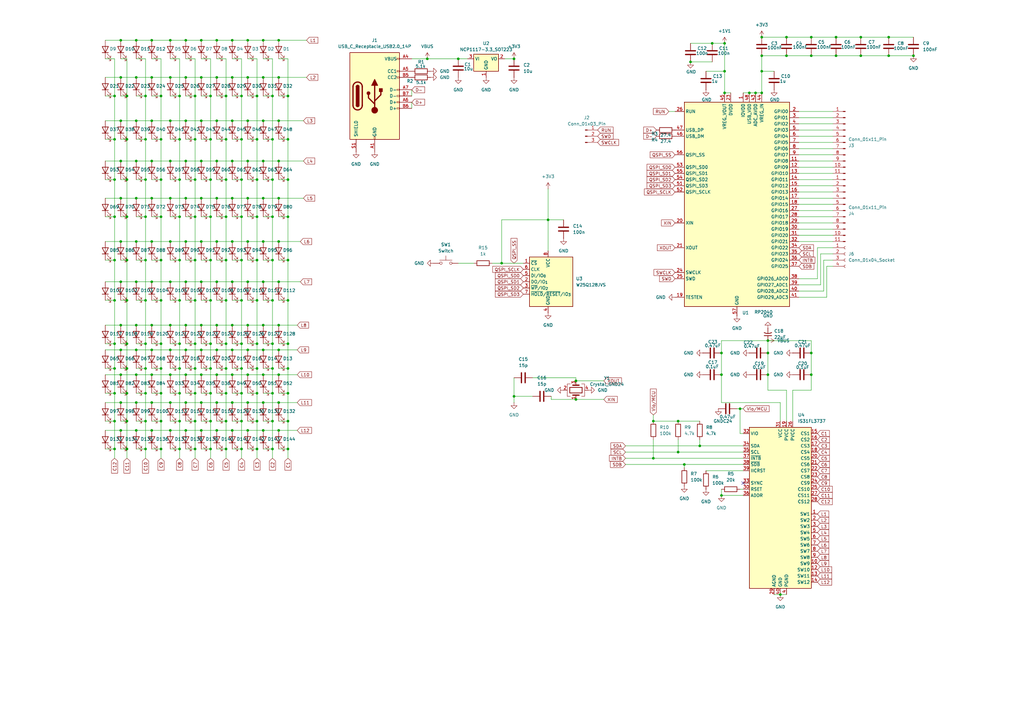
<source format=kicad_sch>
(kicad_sch (version 20250114) (generator "eeschema") (generator_version "9.0")
  (paper "A3")
  (lib_symbols
    (symbol "Ch:Placeholder_Switch" (pin_numbers (hide yes)) (pin_names (offset 1.016) (hide yes))
      (property "Reference" "SW" (at 1.27 2.54 0))
      (property "Value" "Switch" (at 0 -1.524 0))
      (symbol "Placeholder_Switch_0_1"
        (pin passive line (at -5.08 0 0) (length 2.54) (name "1") (number "1"))
        (pin passive line (at 5.08 0 180) (length 2.54) (name "2") (number "2"))
      )
    )
    (symbol "Connector:Conn_01x03_Pin" (pin_names (offset 1.016) (hide yes))
      (property "Reference" "J" (at 0 5.08 0))
      (property "Value" "Conn_01x03_Pin" (at 0 -5.08 0))
      (symbol "Conn_01x03_Pin_1_1"
        (pin passive line (at 5.08 2.54 180) (length 3.81) (name "Pin_1") (number "1"))
        (pin passive line (at 5.08 0 180) (length 3.81) (name "Pin_2") (number "2"))
        (pin passive line (at 5.08 -2.54 180) (length 3.81) (name "Pin_3") (number "3"))
      )
    )
    (symbol "Connector:Conn_01x04_Socket" (pin_names (offset 1.016) (hide yes))
      (property "Reference" "J" (at 0 5.08 0))
      (property "Value" "Conn_01x04_Socket" (at 0 -7.62 0))
      (symbol "Conn_01x04_Socket_1_1"
        (pin passive line (at -5.08 2.54 0) (length 3.81) (name "Pin_1") (number "1"))
        (pin passive line (at -5.08 0 0) (length 3.81) (name "Pin_2") (number "2"))
        (pin passive line (at -5.08 -2.54 0) (length 3.81) (name "Pin_3") (number "3"))
        (pin passive line (at -5.08 -5.08 0) (length 3.81) (name "Pin_4") (number "4"))
      )
    )
    (symbol "Connector:Conn_01x11_Pin" (pin_names (offset 1.016) (hide yes))
      (property "Reference" "J" (at 0 15.24 0))
      (property "Value" "Conn_01x11_Pin" (at 0 -15.24 0))
      (symbol "Conn_01x11_Pin_1_1"
        (pin passive line (at 5.08 12.7 180) (length 3.81) (name "Pin_1") (number "1"))
        (pin passive line (at 5.08 10.16 180) (length 3.81) (name "Pin_2") (number "2"))
        (pin passive line (at 5.08 7.62 180) (length 3.81) (name "Pin_3") (number "3"))
        (pin passive line (at 5.08 5.08 180) (length 3.81) (name "Pin_4") (number "4"))
        (pin passive line (at 5.08 2.54 180) (length 3.81) (name "Pin_5") (number "5"))
        (pin passive line (at 5.08 0 180) (length 3.81) (name "Pin_6") (number "6"))
        (pin passive line (at 5.08 -2.54 180) (length 3.81) (name "Pin_7") (number "7"))
        (pin passive line (at 5.08 -5.08 180) (length 3.81) (name "Pin_8") (number "8"))
        (pin passive line (at 5.08 -7.62 180) (length 3.81) (name "Pin_9") (number "9"))
        (pin passive line (at 5.08 -10.16 180) (length 3.81) (name "Pin_10") (number "10"))
        (pin passive line (at 5.08 -12.7 180) (length 3.81) (name "Pin_11") (number "11"))
      )
    )
    (symbol "Connector:USB_C_Receptacle_USB2.0_14P" (pin_names (offset 1.016))
      (property "Reference" "J" (at 0 22.225 0))
      (property "Value" "USB_C_Receptacle_USB2.0_14P" (at 0 19.685 0))
      (symbol "USB_C_Receptacle_USB2.0_14P_1_1"
        (pin passive line (at -7.62 -22.86 90) (length 5.08) (name "SHIELD") (number "S1"))
        (pin passive line (at 0 -22.86 90) (length 5.08) (name "GND") (number "A1"))
        (pin passive line (at 0 -22.86 90) (length 5.08) (hide yes) (name "GND") (number "A12"))
        (pin passive line (at 0 -22.86 90) (length 5.08) (hide yes) (name "GND") (number "B1"))
        (pin passive line (at 0 -22.86 90) (length 5.08) (hide yes) (name "GND") (number "B12"))
        (pin passive line (at 15.24 15.24 180) (length 5.08) (name "VBUS") (number "A4"))
        (pin passive line (at 15.24 15.24 180) (length 5.08) (hide yes) (name "VBUS") (number "A9"))
        (pin passive line (at 15.24 15.24 180) (length 5.08) (hide yes) (name "VBUS") (number "B4"))
        (pin passive line (at 15.24 15.24 180) (length 5.08) (hide yes) (name "VBUS") (number "B9"))
        (pin bidirectional line (at 15.24 10.16 180) (length 5.08) (name "CC1") (number "A5"))
        (pin bidirectional line (at 15.24 7.62 180) (length 5.08) (name "CC2") (number "B5"))
        (pin bidirectional line (at 15.24 2.54 180) (length 5.08) (name "D-") (number "A7"))
        (pin bidirectional line (at 15.24 0 180) (length 5.08) (name "D-") (number "B7"))
        (pin bidirectional line (at 15.24 -2.54 180) (length 5.08) (name "D+") (number "A6"))
        (pin bidirectional line (at 15.24 -5.08 180) (length 5.08) (name "D+") (number "B6"))
      )
    )
    (symbol "Device:C" (pin_numbers (hide yes)) (pin_names (offset 0.254))
      (property "Reference" "C" (at 0.635 2.54 0))
      (property "Value" "C" (at 0.635 -2.54 0))
      (symbol "C_1_1"
        (pin passive line (at 0 3.81 270) (length 2.794) (name "~") (number "1"))
        (pin passive line (at 0 -3.81 90) (length 2.794) (name "~") (number "2"))
      )
    )
    (symbol "Device:C_Small_US" (pin_numbers (hide yes)) (pin_names (offset 0.254) (hide yes))
      (property "Reference" "C" (at 0.254 1.778 0))
      (property "Value" "C_Small_US" (at 0.254 -2.032 0))
      (symbol "C_Small_US_1_1"
        (pin passive line (at 0 2.54 270) (length 2.032) (name "~") (number "1"))
        (pin passive line (at 0 -2.54 90) (length 2.032) (name "~") (number "2"))
      )
    )
    (symbol "Device:Crystal_GND24" (pin_names (offset 1.016) (hide yes))
      (property "Reference" "Y" (at 3.175 5.08 0))
      (property "Value" "Crystal_GND24" (at 3.175 3.175 0))
      (symbol "Crystal_GND24_1_1"
        (pin passive line (at -3.81 0 0) (length 1.27) (name "1") (number "1"))
        (pin passive line (at 0 5.08 270) (length 1.27) (name "2") (number "2"))
        (pin passive line (at 0 -5.08 90) (length 1.27) (name "4") (number "4"))
        (pin passive line (at 3.81 0 180) (length 1.27) (name "3") (number "3"))
      )
    )
    (symbol "Device:LED" (pin_numbers (hide yes)) (pin_names (offset 1.016) (hide yes))
      (property "Reference" "D" (at 0 2.54 0))
      (property "Value" "LED" (at 0 -2.54 0))
      (symbol "LED_1_1"
        (pin passive line (at -3.81 0 0) (length 2.54) (name "K") (number "1"))
        (pin passive line (at 3.81 0 180) (length 2.54) (name "A") (number "2"))
      )
    )
    (symbol "Device:R" (pin_numbers (hide yes)) (pin_names (offset 0))
      (property "Reference" "R" (at 2.032 0 90))
      (property "Value" "R" (at 0 0 90))
      (symbol "R_1_1"
        (pin passive line (at 0 3.81 270) (length 1.27) (name "~") (number "1"))
        (pin passive line (at 0 -3.81 90) (length 1.27) (name "~") (number "2"))
      )
    )
    (symbol "Driver_LED:IS31FL3737"
      (property "Reference" "U" (at -12.7 33.655 0))
      (property "Value" "IS31FL3737" (at 5.08 -34.29 0))
      (symbol "IS31FL3737_1_1"
        (pin input line (at -15.24 30.48 0) (length 2.54) (name "VIO") (number "32"))
        (pin bidirectional line (at -15.24 25.4 0) (length 2.54) (name "SDA") (number "34"))
        (pin input line (at -15.24 22.86 0) (length 2.54) (name "SCL") (number "35"))
        (pin open_collector line (at -15.24 20.32 0) (length 2.54) (name "~{INTB}") (number "37"))
        (pin input line (at -15.24 17.78 0) (length 2.54) (name "~{SDB}") (number "38"))
        (pin input line (at -15.24 15.24 0) (length 2.54) (name "IICRST") (number "39"))
        (pin input line (at -15.24 10.16 0) (length 2.54) (name "SYNC") (number "33"))
        (pin passive line (at -15.24 7.62 0) (length 2.54) (name "RSET") (number "30"))
        (pin input line (at -15.24 5.08 0) (length 2.54) (name "ADDR") (number "36"))
        (pin power_in line (at -2.54 -35.56 90) (length 2.54) (name "AGND") (number "29"))
        (pin power_in line (at 0 35.56 270) (length 2.54) (name "VCC") (number "31"))
        (pin power_in line (at 0 -35.56 90) (length 2.54) (name "GND") (number "40"))
        (pin passive line (at 0 -35.56 90) (length 2.54) (hide yes) (name "GND") (number "41"))
        (pin power_in line (at 2.54 35.56 270) (length 2.54) (name "PVCC") (number "19"))
        (pin passive line (at 2.54 -35.56 90) (length 2.54) (hide yes) (name "PGND") (number "11"))
        (pin power_in line (at 2.54 -35.56 90) (length 2.54) (name "PGND") (number "4"))
        (pin power_in line (at 5.08 35.56 270) (length 2.54) (name "PVCC") (number "26"))
        (pin output line (at 15.24 30.48 180) (length 2.54) (name "CS1") (number "15"))
        (pin output line (at 15.24 27.94 180) (length 2.54) (name "CS2") (number "16"))
        (pin output line (at 15.24 25.4 180) (length 2.54) (name "CS3") (number "17"))
        (pin output line (at 15.24 22.86 180) (length 2.54) (name "CS4") (number "18"))
        (pin output line (at 15.24 20.32 180) (length 2.54) (name "CS5") (number "20"))
        (pin output line (at 15.24 17.78 180) (length 2.54) (name "CS6") (number "21"))
        (pin output line (at 15.24 15.24 180) (length 2.54) (name "CS7") (number "22"))
        (pin output line (at 15.24 12.7 180) (length 2.54) (name "CS8") (number "23"))
        (pin output line (at 15.24 10.16 180) (length 2.54) (name "CS9") (number "24"))
        (pin output line (at 15.24 7.62 180) (length 2.54) (name "CS10") (number "25"))
        (pin output line (at 15.24 5.08 180) (length 2.54) (name "CS11") (number "27"))
        (pin output line (at 15.24 2.54 180) (length 2.54) (name "CS12") (number "28"))
        (pin input line (at 15.24 -2.54 180) (length 2.54) (name "SW1") (number "1"))
        (pin input line (at 15.24 -5.08 180) (length 2.54) (name "SW2") (number "2"))
        (pin input line (at 15.24 -7.62 180) (length 2.54) (name "SW3") (number "3"))
        (pin input line (at 15.24 -10.16 180) (length 2.54) (name "SW4") (number "5"))
        (pin input line (at 15.24 -12.7 180) (length 2.54) (name "SW5") (number "6"))
        (pin input line (at 15.24 -15.24 180) (length 2.54) (name "SW6") (number "7"))
        (pin input line (at 15.24 -17.78 180) (length 2.54) (name "SW7") (number "8"))
        (pin input line (at 15.24 -20.32 180) (length 2.54) (name "SW8") (number "9"))
        (pin input line (at 15.24 -22.86 180) (length 2.54) (name "SW9") (number "10"))
        (pin input line (at 15.24 -25.4 180) (length 2.54) (name "SW10") (number "12"))
        (pin input line (at 15.24 -27.94 180) (length 2.54) (name "SW11") (number "13"))
        (pin input line (at 15.24 -30.48 180) (length 2.54) (name "SW12") (number "14"))
      )
    )
    (symbol "MCU_RaspberryPi:RP2040"
      (property "Reference" "U" (at 17.78 45.72 0))
      (property "Value" "RP2040" (at 17.78 43.18 0))
      (symbol "RP2040_1_1"
        (pin input line (at -25.4 38.1 0) (length 3.81) (name "RUN") (number "26"))
        (pin bidirectional line (at -25.4 30.48 0) (length 3.81) (name "USB_DP") (number "47"))
        (pin bidirectional line (at -25.4 27.94 0) (length 3.81) (name "USB_DM") (number "46"))
        (pin bidirectional line (at -25.4 20.32 0) (length 3.81) (name "QSPI_SS") (number "56"))
        (pin bidirectional line (at -25.4 15.24 0) (length 3.81) (name "QSPI_SD0") (number "53"))
        (pin bidirectional line (at -25.4 12.7 0) (length 3.81) (name "QSPI_SD1") (number "55"))
        (pin bidirectional line (at -25.4 10.16 0) (length 3.81) (name "QSPI_SD2") (number "54"))
        (pin bidirectional line (at -25.4 7.62 0) (length 3.81) (name "QSPI_SD3") (number "51"))
        (pin output line (at -25.4 5.08 0) (length 3.81) (name "QSPI_SCLK") (number "52"))
        (pin input line (at -25.4 -7.62 0) (length 3.81) (name "XIN") (number "20"))
        (pin passive line (at -25.4 -17.78 0) (length 3.81) (name "XOUT") (number "21"))
        (pin input line (at -25.4 -27.94 0) (length 3.81) (name "SWCLK") (number "24"))
        (pin bidirectional line (at -25.4 -30.48 0) (length 3.81) (name "SWD") (number "25"))
        (pin input line (at -25.4 -38.1 0) (length 3.81) (name "TESTEN") (number "19"))
        (pin power_out line (at -5.08 45.72 270) (length 3.81) (name "VREG_VOUT") (number "45"))
        (pin power_in line (at -2.54 45.72 270) (length 3.81) (name "DVDD") (number "23"))
        (pin passive line (at -2.54 45.72 270) (length 3.81) (hide yes) (name "DVDD") (number "50"))
        (pin power_in line (at 0 -45.72 90) (length 3.81) (name "GND") (number "57"))
        (pin power_in line (at 2.54 45.72 270) (length 3.81) (name "IOVDD") (number "1"))
        (pin passive line (at 2.54 45.72 270) (length 3.81) (hide yes) (name "IOVDD") (number "10"))
        (pin passive line (at 2.54 45.72 270) (length 3.81) (hide yes) (name "IOVDD") (number "22"))
        (pin passive line (at 2.54 45.72 270) (length 3.81) (hide yes) (name "IOVDD") (number "33"))
        (pin passive line (at 2.54 45.72 270) (length 3.81) (hide yes) (name "IOVDD") (number "42"))
        (pin passive line (at 2.54 45.72 270) (length 3.81) (hide yes) (name "IOVDD") (number "49"))
        (pin power_in line (at 5.08 45.72 270) (length 3.81) (name "USB_VDD") (number "48"))
        (pin power_in line (at 7.62 45.72 270) (length 3.81) (name "ADC_AVDD") (number "43"))
        (pin power_in line (at 10.16 45.72 270) (length 3.81) (name "VREG_IN") (number "44"))
        (pin bidirectional line (at 25.4 38.1 180) (length 3.81) (name "GPIO0") (number "2"))
        (pin bidirectional line (at 25.4 35.56 180) (length 3.81) (name "GPIO1") (number "3"))
        (pin bidirectional line (at 25.4 33.02 180) (length 3.81) (name "GPIO2") (number "4"))
        (pin bidirectional line (at 25.4 30.48 180) (length 3.81) (name "GPIO3") (number "5"))
        (pin bidirectional line (at 25.4 27.94 180) (length 3.81) (name "GPIO4") (number "6"))
        (pin bidirectional line (at 25.4 25.4 180) (length 3.81) (name "GPIO5") (number "7"))
        (pin bidirectional line (at 25.4 22.86 180) (length 3.81) (name "GPIO6") (number "8"))
        (pin bidirectional line (at 25.4 20.32 180) (length 3.81) (name "GPIO7") (number "9"))
        (pin bidirectional line (at 25.4 17.78 180) (length 3.81) (name "GPIO8") (number "11"))
        (pin bidirectional line (at 25.4 15.24 180) (length 3.81) (name "GPIO9") (number "12"))
        (pin bidirectional line (at 25.4 12.7 180) (length 3.81) (name "GPIO10") (number "13"))
        (pin bidirectional line (at 25.4 10.16 180) (length 3.81) (name "GPIO11") (number "14"))
        (pin bidirectional line (at 25.4 7.62 180) (length 3.81) (name "GPIO12") (number "15"))
        (pin bidirectional line (at 25.4 5.08 180) (length 3.81) (name "GPIO13") (number "16"))
        (pin bidirectional line (at 25.4 2.54 180) (length 3.81) (name "GPIO14") (number "17"))
        (pin bidirectional line (at 25.4 0 180) (length 3.81) (name "GPIO15") (number "18"))
        (pin bidirectional line (at 25.4 -2.54 180) (length 3.81) (name "GPIO16") (number "27"))
        (pin bidirectional line (at 25.4 -5.08 180) (length 3.81) (name "GPIO17") (number "28"))
        (pin bidirectional line (at 25.4 -7.62 180) (length 3.81) (name "GPIO18") (number "29"))
        (pin bidirectional line (at 25.4 -10.16 180) (length 3.81) (name "GPIO19") (number "30"))
        (pin bidirectional line (at 25.4 -12.7 180) (length 3.81) (name "GPIO20") (number "31"))
        (pin bidirectional line (at 25.4 -15.24 180) (length 3.81) (name "GPIO21") (number "32"))
        (pin bidirectional line (at 25.4 -17.78 180) (length 3.81) (name "GPIO22") (number "34"))
        (pin bidirectional line (at 25.4 -20.32 180) (length 3.81) (name "GPIO23") (number "35"))
        (pin bidirectional line (at 25.4 -22.86 180) (length 3.81) (name "GPIO24") (number "36"))
        (pin bidirectional line (at 25.4 -25.4 180) (length 3.81) (name "GPIO25") (number "37"))
        (pin bidirectional line (at 25.4 -30.48 180) (length 3.81) (name "GPIO26_ADC0") (number "38"))
        (pin bidirectional line (at 25.4 -33.02 180) (length 3.81) (name "GPIO27_ADC1") (number "39"))
        (pin bidirectional line (at 25.4 -35.56 180) (length 3.81) (name "GPIO28_ADC2") (number "40"))
        (pin bidirectional line (at 25.4 -38.1 180) (length 3.81) (name "GPIO29_ADC3") (number "41"))
      )
    )
    (symbol "Memory_Flash:W25Q128JVS"
      (property "Reference" "U" (at -6.35 11.43 0))
      (property "Value" "W25Q128JVS" (at 7.62 11.43 0))
      (symbol "W25Q128JVS_1_1"
        (pin input line (at -10.16 7.62 0) (length 2.54) (name "~{CS}") (number "1"))
        (pin input line (at -10.16 5.08 0) (length 2.54) (name "CLK") (number "6"))
        (pin bidirectional line (at -10.16 2.54 0) (length 2.54) (name "DI/IO_{0}") (number "5"))
        (pin bidirectional line (at -10.16 0 0) (length 2.54) (name "DO/IO_{1}") (number "2"))
        (pin bidirectional line (at -10.16 -2.54 0) (length 2.54) (name "~{WP}/IO_{2}") (number "3"))
        (pin bidirectional line (at -10.16 -5.08 0) (length 2.54) (name "~{HOLD}/~{RESET}/IO_{3}") (number "7"))
        (pin power_in line (at 0 12.7 270) (length 2.54) (name "VCC") (number "8"))
        (pin power_in line (at 0 -12.7 90) (length 2.54) (name "GND") (number "4"))
      )
    )
    (symbol "Regulator_Linear:NCP1117-3.3_SOT223"
      (property "Reference" "U" (at -3.81 3.175 0))
      (property "Value" "NCP1117-3.3_SOT223" (at 0 3.175 0))
      (symbol "NCP1117-3.3_SOT223_1_1"
        (pin power_in line (at -7.62 0 0) (length 2.54) (name "VI") (number "3"))
        (pin power_in line (at 0 -7.62 90) (length 2.54) (name "GND") (number "1"))
        (pin power_out line (at 7.62 0 180) (length 2.54) (name "VO") (number "2"))
      )
    )
    (symbol "power:+1V1" (power) (pin_numbers (hide yes)) (pin_names (offset 0) (hide yes))
      (property "Value" "+1V1" (at 0 3.556 0))
      (symbol "+1V1_1_1"
        (pin power_in line (at 0 0 90) (length 0) (name "~") (number "1"))
      )
    )
    (symbol "power:+3V3" (power) (pin_numbers (hide yes)) (pin_names (offset 0) (hide yes))
      (property "Value" "+3V3" (at 0 3.556 0))
      (symbol "+3V3_1_1"
        (pin power_in line (at 0 0 90) (length 0) (name "~") (number "1"))
      )
    )
    (symbol "power:GND" (power) (pin_numbers (hide yes)) (pin_names (offset 0) (hide yes))
      (property "Value" "GND" (at 0 -3.81 0))
      (symbol "GND_1_1"
        (pin power_in line (at 0 0 270) (length 0) (name "~") (number "1"))
      )
    )
    (symbol "power:VBUS" (power) (pin_numbers (hide yes)) (pin_names (offset 0) (hide yes))
      (property "Value" "VBUS" (at 0 3.556 0))
      (symbol "VBUS_1_1"
        (pin power_in line (at 0 0 90) (length 0) (name "~") (number "1"))
      )
    )
  )
  (junction (at 73.66 140.97))
  (junction (at 95.25 31.75))
  (junction (at 101.6 49.53))
  (junction (at 66.04 88.9))
  (junction (at 69.85 153.67))
  (junction (at 88.9 99.06))
  (junction (at 52.07 123.19))
  (junction (at 52.07 57.15))
  (junction (at 297.18 38.1))
  (junction (at 76.2 176.53))
  (junction (at 49.53 153.67))
  (junction (at 114.3 143.51))
  (junction (at 332.74 15.24))
  (junction (at 62.23 115.57))
  (junction (at 62.23 99.06))
  (junction (at 69.85 176.53))
  (junction (at 114.3 49.53))
  (junction (at 92.71 161.29))
  (junction (at 52.07 151.13))
  (junction (at 46.99 151.13))
  (junction (at 107.95 143.51))
  (junction (at 62.23 49.53))
  (junction (at 80.01 184.15))
  (junction (at 322.58 22.86))
  (junction (at 82.55 81.28))
  (junction (at 73.66 39.37))
  (junction (at 82.55 99.06))
  (junction (at 69.85 143.51))
  (junction (at 59.69 39.37))
  (junction (at 99.06 140.97))
  (junction (at 46.99 73.66))
  (junction (at 118.11 57.15))
  (junction (at 80.01 106.68))
  (junction (at 312.42 29.21))
  (junction (at 99.06 123.19))
  (junction (at 278.13 185.42))
  (junction (at 312.42 15.24))
  (junction (at 55.88 49.53))
  (junction (at 55.88 143.51))
  (junction (at 210.82 162.56))
  (junction (at 66.04 39.37))
  (junction (at 52.07 39.37))
  (junction (at 49.53 115.57))
  (junction (at 46.99 172.72))
  (junction (at 76.2 81.28))
  (junction (at 280.67 190.5))
  (junction (at 88.9 31.75))
  (junction (at 49.53 165.1))
  (junction (at 118.11 140.97))
  (junction (at 105.41 88.9))
  (junction (at 114.3 66.04))
  (junction (at 76.2 66.04))
  (junction (at 55.88 115.57))
  (junction (at 88.9 176.53))
  (junction (at 62.23 16.51))
  (junction (at 118.11 106.68))
  (junction (at 295.91 203.2))
  (junction (at 88.9 66.04))
  (junction (at 111.76 106.68))
  (junction (at 114.3 99.06))
  (junction (at 101.6 165.1))
  (junction (at 95.25 66.04))
  (junction (at 353.06 15.24))
  (junction (at 309.88 38.1))
  (junction (at 114.3 176.53))
  (junction (at 114.3 115.57))
  (junction (at 62.23 165.1))
  (junction (at 80.01 39.37))
  (junction (at 342.9 15.24))
  (junction (at 107.95 81.28))
  (junction (at 69.85 81.28))
  (junction (at 101.6 153.67))
  (junction (at 55.88 153.67))
  (junction (at 101.6 66.04))
  (junction (at 69.85 99.06))
  (junction (at 107.95 31.75))
  (junction (at 95.25 133.35))
  (junction (at 224.79 90.17))
  (junction (at 59.69 140.97))
  (junction (at 92.71 123.19))
  (junction (at 114.3 133.35))
  (junction (at 46.99 39.37))
  (junction (at 111.76 57.15))
  (junction (at 73.66 123.19))
  (junction (at 82.55 176.53))
  (junction (at 69.85 16.51))
  (junction (at 292.1 17.78))
  (junction (at 101.6 31.75))
  (junction (at 114.3 153.67))
  (junction (at 111.76 88.9))
  (junction (at 99.06 184.15))
  (junction (at 55.88 176.53))
  (junction (at 66.04 57.15))
  (junction (at 101.6 115.57))
  (junction (at 297.18 29.21))
  (junction (at 99.06 88.9))
  (junction (at 59.69 151.13))
  (junction (at 46.99 184.15))
  (junction (at 374.65 22.86))
  (junction (at 86.36 172.72))
  (junction (at 76.2 133.35))
  (junction (at 111.76 140.97))
  (junction (at 111.76 184.15))
  (junction (at 92.71 184.15))
  (junction (at 73.66 57.15))
  (junction (at 342.9 22.86))
  (junction (at 80.01 73.66))
  (junction (at 52.07 161.29))
  (junction (at 105.41 73.66))
  (junction (at 55.88 16.51))
  (junction (at 69.85 31.75))
  (junction (at 59.69 161.29))
  (junction (at 267.97 187.96))
  (junction (at 76.2 99.06))
  (junction (at 111.76 39.37))
  (junction (at 314.96 153.67))
  (junction (at 88.9 49.53))
  (junction (at 118.11 88.9))
  (junction (at 80.01 172.72))
  (junction (at 303.53 167.64))
  (junction (at 105.41 39.37))
  (junction (at 205.74 107.95))
  (junction (at 95.25 165.1))
  (junction (at 99.06 73.66))
  (junction (at 66.04 140.97))
  (junction (at 59.69 184.15))
  (junction (at 62.23 153.67))
  (junction (at 55.88 165.1))
  (junction (at 111.76 161.29))
  (junction (at 66.04 172.72))
  (junction (at 92.71 57.15))
  (junction (at 88.9 115.57))
  (junction (at 55.88 81.28))
  (junction (at 46.99 140.97))
  (junction (at 118.11 184.15))
  (junction (at 82.55 165.1))
  (junction (at 62.23 31.75))
  (junction (at 314.96 139.7))
  (junction (at 332.74 144.78))
  (junction (at 49.53 16.51))
  (junction (at 73.66 172.72))
  (junction (at 86.36 151.13))
  (junction (at 46.99 57.15))
  (junction (at 86.36 106.68))
  (junction (at 297.18 17.78))
  (junction (at 295.91 144.78))
  (junction (at 69.85 66.04))
  (junction (at 95.25 99.06))
  (junction (at 46.99 161.29))
  (junction (at 332.74 153.67))
  (junction (at 88.9 165.1))
  (junction (at 82.55 153.67))
  (junction (at 49.53 31.75))
  (junction (at 66.04 73.66))
  (junction (at 118.11 172.72))
  (junction (at 80.01 88.9))
  (junction (at 52.07 184.15))
  (junction (at 99.06 172.72))
  (junction (at 86.36 73.66))
  (junction (at 46.99 106.68))
  (junction (at 364.49 15.24))
  (junction (at 66.04 106.68))
  (junction (at 49.53 99.06))
  (junction (at 69.85 165.1))
  (junction (at 99.06 57.15))
  (junction (at 76.2 115.57))
  (junction (at 267.97 172.72))
  (junction (at 88.9 81.28))
  (junction (at 320.04 243.84))
  (junction (at 107.95 49.53))
  (junction (at 101.6 133.35))
  (junction (at 105.41 172.72))
  (junction (at 187.96 24.13))
  (junction (at 114.3 16.51))
  (junction (at 73.66 73.66))
  (junction (at 107.95 176.53))
  (junction (at 88.9 143.51))
  (junction (at 105.41 184.15))
  (junction (at 52.07 106.68))
  (junction (at 278.13 172.72))
  (junction (at 101.6 176.53))
  (junction (at 105.41 161.29))
  (junction (at 80.01 140.97))
  (junction (at 82.55 16.51))
  (junction (at 105.41 151.13))
  (junction (at 82.55 133.35))
  (junction (at 107.95 16.51))
  (junction (at 86.36 140.97))
  (junction (at 295.91 153.67))
  (junction (at 82.55 66.04))
  (junction (at 107.95 133.35))
  (junction (at 66.04 123.19))
  (junction (at 49.53 81.28))
  (junction (at 80.01 123.19))
  (junction (at 66.04 161.29))
  (junction (at 107.95 153.67))
  (junction (at 73.66 151.13))
  (junction (at 52.07 140.97))
  (junction (at 95.25 143.51))
  (junction (at 59.69 123.19))
  (junction (at 99.06 39.37))
  (junction (at 364.49 22.86))
  (junction (at 210.82 24.13))
  (junction (at 76.2 31.75))
  (junction (at 69.85 133.35))
  (junction (at 95.25 153.67))
  (junction (at 92.71 73.66))
  (junction (at 66.04 184.15))
  (junction (at 59.69 106.68))
  (junction (at 88.9 153.67))
  (junction (at 73.66 184.15))
  (junction (at 46.99 123.19))
  (junction (at 73.66 106.68))
  (junction (at 76.2 153.67))
  (junction (at 111.76 172.72))
  (junction (at 114.3 165.1))
  (junction (at 101.6 81.28))
  (junction (at 92.71 39.37))
  (junction (at 88.9 133.35))
  (junction (at 105.41 57.15))
  (junction (at 95.25 176.53))
  (junction (at 52.07 73.66))
  (junction (at 111.76 123.19))
  (junction (at 82.55 143.51))
  (junction (at 92.71 106.68))
  (junction (at 95.25 115.57))
  (junction (at 312.42 22.86))
  (junction (at 95.25 16.51))
  (junction (at 82.55 49.53))
  (junction (at 49.53 66.04))
  (junction (at 59.69 172.72))
  (junction (at 49.53 133.35))
  (junction (at 322.58 15.24))
  (junction (at 118.11 151.13))
  (junction (at 95.25 81.28))
  (junction (at 88.9 16.51))
  (junction (at 76.2 143.51))
  (junction (at 107.95 165.1))
  (junction (at 80.01 151.13))
  (junction (at 86.36 184.15))
  (junction (at 105.41 140.97))
  (junction (at 92.71 151.13))
  (junction (at 55.88 99.06))
  (junction (at 114.3 31.75))
  (junction (at 46.99 88.9))
  (junction (at 55.88 133.35))
  (junction (at 314.96 144.78))
  (junction (at 62.23 176.53))
  (junction (at 52.07 172.72))
  (junction (at 99.06 161.29))
  (junction (at 99.06 106.68))
  (junction (at 55.88 31.75))
  (junction (at 73.66 161.29))
  (junction (at 52.07 88.9))
  (junction (at 99.06 151.13))
  (junction (at 86.36 39.37))
  (junction (at 86.36 161.29))
  (junction (at 55.88 66.04))
  (junction (at 69.85 49.53))
  (junction (at 76.2 49.53))
  (junction (at 86.36 123.19))
  (junction (at 236.22 163.83))
  (junction (at 101.6 16.51))
  (junction (at 82.55 115.57))
  (junction (at 82.55 31.75))
  (junction (at 105.41 123.19))
  (junction (at 236.22 156.21))
  (junction (at 287.02 182.88))
  (junction (at 49.53 49.53))
  (junction (at 118.11 73.66))
  (junction (at 73.66 88.9))
  (junction (at 107.95 99.06))
  (junction (at 86.36 88.9))
  (junction (at 49.53 176.53))
  (junction (at 80.01 161.29))
  (junction (at 92.71 140.97))
  (junction (at 111.76 73.66))
  (junction (at 76.2 165.1))
  (junction (at 59.69 73.66))
  (junction (at 118.11 39.37))
  (junction (at 307.34 38.1))
  (junction (at 101.6 99.06))
  (junction (at 59.69 88.9))
  (junction (at 283.21 25.4))
  (junction (at 175.26 24.13))
  (junction (at 80.01 57.15))
  (junction (at 49.53 143.51))
  (junction (at 59.69 57.15))
  (junction (at 86.36 57.15))
  (junction (at 76.2 16.51))
  (junction (at 62.23 133.35))
  (junction (at 92.71 88.9))
  (junction (at 332.74 22.86))
  (junction (at 62.23 81.28))
  (junction (at 118.11 161.29))
  (junction (at 114.3 81.28))
  (junction (at 353.06 22.86))
  (junction (at 312.42 38.1))
  (junction (at 62.23 66.04))
  (junction (at 118.11 123.19))
  (junction (at 107.95 66.04))
  (junction (at 105.41 106.68))
  (junction (at 101.6 143.51))
  (junction (at 95.25 49.53))
  (junction (at 62.23 143.51))
  (junction (at 107.95 115.57))
  (junction (at 69.85 115.57))
  (junction (at 111.76 151.13))
  (junction (at 92.71 172.72))
  (junction (at 66.04 151.13))
  (no_connect (at 304.8 198.12))
  (wire (pts (xy 111.76 88.9) (xy 111.76 106.68)))
  (wire (pts (xy 256.54 185.42) (xy 278.13 185.42)))
  (wire (pts (xy 66.04 140.97) (xy 66.04 151.13)))
  (wire (pts (xy 88.9 161.29) (xy 92.71 161.29)))
  (wire (pts (xy 69.85 184.15) (xy 73.66 184.15)))
  (wire (pts (xy 43.18 161.29) (xy 46.99 161.29)))
  (wire (pts (xy 82.55 24.13) (xy 86.36 24.13)))
  (wire (pts (xy 95.25 165.1) (xy 101.6 165.1)))
  (wire (pts (xy 256.54 190.5) (xy 280.67 190.5)))
  (wire (pts (xy 114.3 161.29) (xy 118.11 161.29)))
  (wire (pts (xy 55.88 140.97) (xy 59.69 140.97)))
  (wire (pts (xy 289.56 193.04) (xy 304.8 193.04)))
  (wire (pts (xy 332.74 160.02) (xy 332.74 153.67)))
  (wire (pts (xy 86.36 106.68) (xy 86.36 123.19)))
  (wire (pts (xy 43.18 133.35) (xy 49.53 133.35)))
  (wire (pts (xy 210.82 154.94) (xy 210.82 162.56)))
  (wire (pts (xy 168.91 24.13) (xy 175.26 24.13)))
  (wire (pts (xy 46.99 24.13) (xy 46.99 39.37)))
  (wire (pts (xy 101.6 81.28) (xy 107.95 81.28)))
  (wire (pts (xy 80.01 24.13) (xy 80.01 39.37)))
  (wire (pts (xy 107.95 24.13) (xy 111.76 24.13)))
  (wire (pts (xy 339.09 121.92) (xy 327.66 121.92)))
  (wire (pts (xy 101.6 39.37) (xy 105.41 39.37)))
  (wire (pts (xy 49.53 133.35) (xy 55.88 133.35)))
  (wire (pts (xy 224.79 77.47) (xy 224.79 90.17)))
  (wire (pts (xy 55.88 133.35) (xy 62.23 133.35)))
  (wire (pts (xy 69.85 24.13) (xy 73.66 24.13)))
  (wire (pts (xy 118.11 172.72) (xy 118.11 184.15)))
  (wire (pts (xy 52.07 172.72) (xy 52.07 184.15)))
  (wire (pts (xy 107.95 176.53) (xy 114.3 176.53)))
  (wire (pts (xy 62.23 57.15) (xy 66.04 57.15)))
  (wire (pts (xy 59.69 57.15) (xy 59.69 73.66)))
  (wire (pts (xy 76.2 31.75) (xy 82.55 31.75)))
  (wire (pts (xy 118.11 57.15) (xy 118.11 73.66)))
  (wire (pts (xy 46.99 123.19) (xy 46.99 140.97)))
  (wire (pts (xy 327.66 96.52) (xy 341.63 96.52)))
  (wire (pts (xy 95.25 73.66) (xy 99.06 73.66)))
  (wire (pts (xy 95.25 123.19) (xy 99.06 123.19)))
  (wire (pts (xy 82.55 140.97) (xy 86.36 140.97)))
  (wire (pts (xy 114.3 115.57) (xy 123.19 115.57)))
  (wire (pts (xy 69.85 172.72) (xy 73.66 172.72)))
  (wire (pts (xy 73.66 57.15) (xy 73.66 73.66)))
  (wire (pts (xy 43.18 106.68) (xy 46.99 106.68)))
  (wire (pts (xy 82.55 176.53) (xy 88.9 176.53)))
  (wire (pts (xy 114.3 73.66) (xy 118.11 73.66)))
  (wire (pts (xy 88.9 176.53) (xy 95.25 176.53)))
  (wire (pts (xy 111.76 57.15) (xy 111.76 73.66)))
  (wire (pts (xy 62.23 81.28) (xy 69.85 81.28)))
  (wire (pts (xy 107.95 172.72) (xy 111.76 172.72)))
  (wire (pts (xy 95.25 106.68) (xy 99.06 106.68)))
  (wire (pts (xy 69.85 153.67) (xy 76.2 153.67)))
  (wire (pts (xy 66.04 88.9) (xy 66.04 106.68)))
  (wire (pts (xy 118.11 184.15) (xy 118.11 187.96)))
  (wire (pts (xy 82.55 57.15) (xy 86.36 57.15)))
  (wire (pts (xy 327.66 58.42) (xy 341.63 58.42)))
  (wire (pts (xy 107.95 140.97) (xy 111.76 140.97)))
  (wire (pts (xy 52.07 57.15) (xy 52.07 73.66)))
  (wire (pts (xy 101.6 153.67) (xy 107.95 153.67)))
  (wire (pts (xy 111.76 161.29) (xy 111.76 172.72)))
  (wire (pts (xy 80.01 161.29) (xy 80.01 172.72)))
  (wire (pts (xy 49.53 151.13) (xy 52.07 151.13)))
  (wire (pts (xy 69.85 99.06) (xy 76.2 99.06)))
  (wire (pts (xy 114.3 49.53) (xy 124.46 49.53)))
  (wire (pts (xy 86.36 151.13) (xy 86.36 161.29)))
  (wire (pts (xy 88.9 106.68) (xy 92.71 106.68)))
  (wire (pts (xy 187.96 24.13) (xy 191.77 24.13)))
  (wire (pts (xy 69.85 133.35) (xy 76.2 133.35)))
  (wire (pts (xy 80.01 39.37) (xy 80.01 57.15)))
  (wire (pts (xy 69.85 57.15) (xy 73.66 57.15)))
  (wire (pts (xy 76.2 133.35) (xy 82.55 133.35)))
  (wire (pts (xy 99.06 88.9) (xy 99.06 106.68)))
  (wire (pts (xy 69.85 39.37) (xy 73.66 39.37)))
  (wire (pts (xy 86.36 88.9) (xy 86.36 106.68)))
  (wire (pts (xy 76.2 115.57) (xy 82.55 115.57)))
  (wire (pts (xy 101.6 31.75) (xy 107.95 31.75)))
  (wire (pts (xy 107.95 133.35) (xy 114.3 133.35)))
  (wire (pts (xy 107.95 16.51) (xy 114.3 16.51)))
  (wire (pts (xy 88.9 39.37) (xy 92.71 39.37)))
  (wire (pts (xy 107.95 151.13) (xy 111.76 151.13)))
  (wire (pts (xy 295.91 165.1) (xy 295.91 153.67)))
  (wire (pts (xy 88.9 153.67) (xy 95.25 153.67)))
  (wire (pts (xy 52.07 140.97) (xy 52.07 151.13)))
  (wire (pts (xy 101.6 151.13) (xy 105.41 151.13)))
  (wire (pts (xy 76.2 123.19) (xy 80.01 123.19)))
  (wire (pts (xy 101.6 140.97) (xy 105.41 140.97)))
  (wire (pts (xy 327.66 53.34) (xy 341.63 53.34)))
  (wire (pts (xy 62.23 165.1) (xy 69.85 165.1)))
  (wire (pts (xy 52.07 24.13) (xy 52.07 39.37)))
  (wire (pts (xy 327.66 55.88) (xy 341.63 55.88)))
  (wire (pts (xy 46.99 57.15) (xy 46.99 73.66)))
  (wire (pts (xy 342.9 22.86) (xy 353.06 22.86)))
  (wire (pts (xy 107.95 88.9) (xy 111.76 88.9)))
  (wire (pts (xy 297.18 29.21) (xy 289.56 29.21)))
  (wire (pts (xy 80.01 184.15) (xy 80.01 187.96)))
  (wire (pts (xy 325.12 160.02) (xy 325.12 172.72)))
  (wire (pts (xy 105.41 151.13) (xy 105.41 161.29)))
  (wire (pts (xy 92.71 140.97) (xy 92.71 151.13)))
  (wire (pts (xy 76.2 153.67) (xy 82.55 153.67)))
  (wire (pts (xy 304.8 190.5) (xy 280.67 190.5)))
  (wire (pts (xy 69.85 151.13) (xy 73.66 151.13)))
  (wire (pts (xy 342.9 15.24) (xy 353.06 15.24)))
  (wire (pts (xy 99.06 57.15) (xy 99.06 73.66)))
  (wire (pts (xy 69.85 49.53) (xy 76.2 49.53)))
  (wire (pts (xy 46.99 39.37) (xy 46.99 57.15)))
  (wire (pts (xy 82.55 99.06) (xy 88.9 99.06)))
  (wire (pts (xy 80.01 123.19) (xy 80.01 140.97)))
  (wire (pts (xy 88.9 73.66) (xy 92.71 73.66)))
  (wire (pts (xy 256.54 182.88) (xy 287.02 182.88)))
  (wire (pts (xy 327.66 99.06) (xy 341.63 99.06)))
  (wire (pts (xy 332.74 144.78) (xy 332.74 139.7)))
  (wire (pts (xy 337.82 106.68) (xy 341.63 106.68)))
  (wire (pts (xy 187.96 107.95) (xy 194.31 107.95)))
  (wire (pts (xy 46.99 172.72) (xy 46.99 184.15)))
  (wire (pts (xy 66.04 172.72) (xy 66.04 184.15)))
  (wire (pts (xy 55.88 165.1) (xy 62.23 165.1)))
  (wire (pts (xy 88.9 143.51) (xy 95.25 143.51)))
  (wire (pts (xy 101.6 133.35) (xy 107.95 133.35)))
  (wire (pts (xy 88.9 184.15) (xy 92.71 184.15)))
  (wire (pts (xy 59.69 184.15) (xy 59.69 187.96)))
  (wire (pts (xy 43.18 115.57) (xy 49.53 115.57)))
  (wire (pts (xy 101.6 123.19) (xy 105.41 123.19)))
  (wire (pts (xy 73.66 172.72) (xy 73.66 184.15)))
  (wire (pts (xy 43.18 140.97) (xy 46.99 140.97)))
  (wire (pts (xy 55.88 151.13) (xy 59.69 151.13)))
  (wire (pts (xy 76.2 176.53) (xy 82.55 176.53)))
  (wire (pts (xy 73.66 161.29) (xy 73.66 172.72)))
  (wire (pts (xy 314.96 153.67) (xy 314.96 144.78)))
  (wire (pts (xy 86.36 39.37) (xy 86.36 57.15)))
  (wire (pts (xy 295.91 153.67) (xy 295.91 144.78)))
  (wire (pts (xy 80.01 106.68) (xy 80.01 123.19)))
  (wire (pts (xy 92.71 88.9) (xy 92.71 106.68)))
  (wire (pts (xy 95.25 143.51) (xy 101.6 143.51)))
  (wire (pts (xy 303.53 200.66) (xy 304.8 200.66)))
  (wire (pts (xy 55.88 66.04) (xy 62.23 66.04)))
  (wire (pts (xy 59.69 106.68) (xy 59.69 123.19)))
  (wire (pts (xy 341.63 104.14) (xy 336.55 104.14)))
  (wire (pts (xy 303.53 167.64) (xy 304.8 167.64)))
  (wire (pts (xy 114.3 151.13) (xy 118.11 151.13)))
  (wire (pts (xy 207.01 24.13) (xy 210.82 24.13)))
  (wire (pts (xy 114.3 81.28) (xy 124.46 81.28)))
  (wire (pts (xy 95.25 176.53) (xy 101.6 176.53)))
  (wire (pts (xy 49.53 123.19) (xy 52.07 123.19)))
  (wire (pts (xy 111.76 24.13) (xy 111.76 39.37)))
  (wire (pts (xy 114.3 24.13) (xy 118.11 24.13)))
  (wire (pts (xy 101.6 24.13) (xy 105.41 24.13)))
  (wire (pts (xy 99.06 161.29) (xy 99.06 172.72)))
  (wire (pts (xy 82.55 123.19) (xy 86.36 123.19)))
  (wire (pts (xy 62.23 31.75) (xy 69.85 31.75)))
  (wire (pts (xy 304.8 177.8) (xy 303.53 177.8)))
  (wire (pts (xy 76.2 73.66) (xy 80.01 73.66)))
  (wire (pts (xy 76.2 66.04) (xy 82.55 66.04)))
  (wire (pts (xy 304.8 185.42) (xy 278.13 185.42)))
  (wire (pts (xy 69.85 106.68) (xy 73.66 106.68)))
  (wire (pts (xy 62.23 73.66) (xy 66.04 73.66)))
  (wire (pts (xy 114.3 99.06) (xy 123.19 99.06)))
  (wire (pts (xy 49.53 88.9) (xy 52.07 88.9)))
  (wire (pts (xy 59.69 172.72) (xy 59.69 184.15)))
  (wire (pts (xy 43.18 73.66) (xy 46.99 73.66)))
  (wire (pts (xy 59.69 123.19) (xy 59.69 140.97)))
  (wire (pts (xy 49.53 106.68) (xy 52.07 106.68)))
  (wire (pts (xy 73.66 39.37) (xy 73.66 57.15)))
  (wire (pts (xy 76.2 24.13) (xy 80.01 24.13)))
  (wire (pts (xy 80.01 151.13) (xy 80.01 161.29)))
  (wire (pts (xy 118.11 24.13) (xy 118.11 39.37)))
  (wire (pts (xy 88.9 66.04) (xy 95.25 66.04)))
  (wire (pts (xy 101.6 57.15) (xy 105.41 57.15)))
  (wire (pts (xy 88.9 133.35) (xy 95.25 133.35)))
  (wire (pts (xy 66.04 184.15) (xy 66.04 187.96)))
  (wire (pts (xy 114.3 133.35) (xy 121.92 133.35)))
  (wire (pts (xy 52.07 106.68) (xy 52.07 123.19)))
  (wire (pts (xy 114.3 165.1) (xy 121.92 165.1)))
  (wire (pts (xy 86.36 161.29) (xy 86.36 172.72)))
  (wire (pts (xy 256.54 187.96) (xy 267.97 187.96)))
  (wire (pts (xy 69.85 31.75) (xy 76.2 31.75)))
  (wire (pts (xy 62.23 106.68) (xy 66.04 106.68)))
  (wire (pts (xy 49.53 31.75) (xy 55.88 31.75)))
  (wire (pts (xy 73.66 123.19) (xy 73.66 140.97)))
  (wire (pts (xy 114.3 106.68) (xy 118.11 106.68)))
  (wire (pts (xy 101.6 16.51) (xy 107.95 16.51)))
  (wire (pts (xy 295.91 203.2) (xy 304.8 203.2)))
  (wire (pts (xy 95.25 115.57) (xy 101.6 115.57)))
  (wire (pts (xy 287.02 172.72) (xy 278.13 172.72)))
  (wire (pts (xy 327.66 71.12) (xy 341.63 71.12)))
  (wire (pts (xy 43.18 165.1) (xy 49.53 165.1)))
  (wire (pts (xy 99.06 106.68) (xy 99.06 123.19)))
  (wire (pts (xy 99.06 123.19) (xy 99.06 140.97)))
  (wire (pts (xy 101.6 66.04) (xy 107.95 66.04)))
  (wire (pts (xy 66.04 151.13) (xy 66.04 161.29)))
  (wire (pts (xy 105.41 106.68) (xy 105.41 123.19)))
  (wire (pts (xy 327.66 83.82) (xy 341.63 83.82)))
  (wire (pts (xy 43.18 24.13) (xy 46.99 24.13)))
  (wire (pts (xy 95.25 49.53) (xy 101.6 49.53)))
  (wire (pts (xy 46.99 151.13) (xy 46.99 161.29)))
  (wire (pts (xy 69.85 123.19) (xy 73.66 123.19)))
  (wire (pts (xy 107.95 106.68) (xy 111.76 106.68)))
  (wire (pts (xy 52.07 123.19) (xy 52.07 140.97)))
  (wire (pts (xy 69.85 161.29) (xy 73.66 161.29)))
  (wire (pts (xy 49.53 73.66) (xy 52.07 73.66)))
  (wire (pts (xy 76.2 143.51) (xy 82.55 143.51)))
  (wire (pts (xy 52.07 73.66) (xy 52.07 88.9)))
  (wire (pts (xy 55.88 24.13) (xy 59.69 24.13)))
  (wire (pts (xy 168.91 41.91) (xy 168.91 44.45)))
  (wire (pts (xy 327.66 119.38) (xy 337.82 119.38)))
  (wire (pts (xy 86.36 184.15) (xy 86.36 187.96)))
  (wire (pts (xy 43.18 99.06) (xy 49.53 99.06)))
  (wire (pts (xy 327.66 91.44) (xy 341.63 91.44)))
  (wire (pts (xy 62.23 153.67) (xy 69.85 153.67)))
  (wire (pts (xy 107.95 39.37) (xy 111.76 39.37)))
  (wire (pts (xy 303.53 167.64) (xy 302.26 167.64)))
  (wire (pts (xy 55.88 88.9) (xy 59.69 88.9)))
  (wire (pts (xy 118.11 151.13) (xy 118.11 161.29)))
  (wire (pts (xy 46.99 106.68) (xy 46.99 123.19)))
  (wire (pts (xy 62.23 133.35) (xy 69.85 133.35)))
  (wire (pts (xy 114.3 172.72) (xy 118.11 172.72)))
  (wire (pts (xy 46.99 73.66) (xy 46.99 88.9)))
  (wire (pts (xy 175.26 24.13) (xy 187.96 24.13)))
  (wire (pts (xy 309.88 38.1) (xy 312.42 38.1)))
  (wire (pts (xy 52.07 39.37) (xy 52.07 57.15)))
  (wire (pts (xy 105.41 24.13) (xy 105.41 39.37)))
  (wire (pts (xy 86.36 172.72) (xy 86.36 184.15)))
  (wire (pts (xy 46.99 88.9) (xy 46.99 106.68)))
  (wire (pts (xy 168.91 36.83) (xy 168.91 39.37)))
  (wire (pts (xy 95.25 88.9) (xy 99.06 88.9)))
  (wire (pts (xy 236.22 163.83) (xy 226.06 163.83)))
  (wire (pts (xy 327.66 86.36) (xy 341.63 86.36)))
  (wire (pts (xy 69.85 115.57) (xy 76.2 115.57)))
  (wire (pts (xy 88.9 24.13) (xy 92.71 24.13)))
  (wire (pts (xy 66.04 123.19) (xy 66.04 140.97)))
  (wire (pts (xy 95.25 16.51) (xy 101.6 16.51)))
  (wire (pts (xy 49.53 81.28) (xy 55.88 81.28)))
  (wire (pts (xy 55.88 99.06) (xy 62.23 99.06)))
  (wire (pts (xy 303.53 177.8) (xy 303.53 167.64)))
  (wire (pts (xy 59.69 151.13) (xy 59.69 161.29)))
  (wire (pts (xy 114.3 88.9) (xy 118.11 88.9)))
  (wire (pts (xy 80.01 57.15) (xy 80.01 73.66)))
  (wire (pts (xy 327.66 50.8) (xy 341.63 50.8)))
  (wire (pts (xy 49.53 66.04) (xy 55.88 66.04)))
  (wire (pts (xy 312.42 29.21) (xy 312.42 38.1)))
  (wire (pts (xy 201.93 107.95) (xy 205.74 107.95)))
  (wire (pts (xy 62.23 161.29) (xy 66.04 161.29)))
  (wire (pts (xy 82.55 39.37) (xy 86.36 39.37)))
  (wire (pts (xy 114.3 31.75) (xy 125.73 31.75)))
  (wire (pts (xy 88.9 140.97) (xy 92.71 140.97)))
  (wire (pts (xy 55.88 106.68) (xy 59.69 106.68)))
  (wire (pts (xy 332.74 15.24) (xy 342.9 15.24)))
  (wire (pts (xy 322.58 22.86) (xy 332.74 22.86)))
  (wire (pts (xy 43.18 123.19) (xy 46.99 123.19)))
  (wire (pts (xy 95.25 57.15) (xy 99.06 57.15)))
  (wire (pts (xy 82.55 88.9) (xy 86.36 88.9)))
  (wire (pts (xy 312.42 15.24) (xy 322.58 15.24)))
  (wire (pts (xy 76.2 184.15) (xy 80.01 184.15)))
  (wire (pts (xy 49.53 161.29) (xy 52.07 161.29)))
  (wire (pts (xy 327.66 88.9) (xy 341.63 88.9)))
  (wire (pts (xy 95.25 133.35) (xy 101.6 133.35)))
  (wire (pts (xy 59.69 88.9) (xy 59.69 106.68)))
  (wire (pts (xy 82.55 172.72) (xy 86.36 172.72)))
  (wire (pts (xy 59.69 73.66) (xy 59.69 88.9)))
  (wire (pts (xy 43.18 66.04) (xy 49.53 66.04)))
  (wire (pts (xy 73.66 106.68) (xy 73.66 123.19)))
  (wire (pts (xy 80.01 172.72) (xy 80.01 184.15)))
  (wire (pts (xy 62.23 143.51) (xy 69.85 143.51)))
  (wire (pts (xy 107.95 153.67) (xy 114.3 153.67)))
  (wire (pts (xy 82.55 143.51) (xy 88.9 143.51)))
  (wire (pts (xy 297.18 38.1) (xy 299.72 38.1)))
  (wire (pts (xy 82.55 66.04) (xy 88.9 66.04)))
  (wire (pts (xy 224.79 90.17) (xy 231.14 90.17)))
  (wire (pts (xy 95.25 66.04) (xy 101.6 66.04)))
  (wire (pts (xy 304.8 182.88) (xy 287.02 182.88)))
  (wire (pts (xy 336.55 116.84) (xy 327.66 116.84)))
  (wire (pts (xy 111.76 172.72) (xy 111.76 184.15)))
  (wire (pts (xy 322.58 160.02) (xy 322.58 172.72)))
  (wire (pts (xy 52.07 88.9) (xy 52.07 106.68)))
  (wire (pts (xy 224.79 90.17) (xy 205.74 90.17)))
  (wire (pts (xy 88.9 31.75) (xy 95.25 31.75)))
  (wire (pts (xy 55.88 176.53) (xy 62.23 176.53)))
  (wire (pts (xy 322.58 15.24) (xy 332.74 15.24)))
  (wire (pts (xy 287.02 180.34) (xy 287.02 182.88)))
  (wire (pts (xy 86.36 57.15) (xy 86.36 73.66)))
  (wire (pts (xy 107.95 73.66) (xy 111.76 73.66)))
  (wire (pts (xy 55.88 184.15) (xy 59.69 184.15)))
  (wire (pts (xy 82.55 161.29) (xy 86.36 161.29)))
  (wire (pts (xy 267.97 187.96) (xy 304.8 187.96)))
  (wire (pts (xy 118.11 123.19) (xy 118.11 140.97)))
  (wire (pts (xy 49.53 115.57) (xy 55.88 115.57)))
  (wire (pts (xy 69.85 81.28) (xy 76.2 81.28)))
  (wire (pts (xy 66.04 161.29) (xy 66.04 172.72)))
  (wire (pts (xy 332.74 22.86) (xy 342.9 22.86)))
  (wire (pts (xy 107.95 165.1) (xy 114.3 165.1)))
  (wire (pts (xy 335.28 114.3) (xy 335.28 101.6)))
  (wire (pts (xy 55.88 31.75) (xy 62.23 31.75)))
  (wire (pts (xy 327.66 114.3) (xy 335.28 114.3)))
  (wire (pts (xy 55.88 49.53) (xy 62.23 49.53)))
  (wire (pts (xy 118.11 140.97) (xy 118.11 151.13)))
  (wire (pts (xy 107.95 123.19) (xy 111.76 123.19)))
  (wire (pts (xy 107.95 99.06) (xy 114.3 99.06)))
  (wire (pts (xy 92.71 172.72) (xy 92.71 184.15)))
  (wire (pts (xy 107.95 66.04) (xy 114.3 66.04)))
  (wire (pts (xy 267.97 172.72) (xy 267.97 170.18)))
  (wire (pts (xy 114.3 16.51) (xy 125.73 16.51)))
  (wire (pts (xy 80.01 140.97) (xy 80.01 151.13)))
  (wire (pts (xy 205.74 90.17) (xy 205.74 107.95)))
  (wire (pts (xy 327.66 93.98) (xy 341.63 93.98)))
  (wire (pts (xy 88.9 16.51) (xy 95.25 16.51)))
  (wire (pts (xy 341.63 109.22) (xy 339.09 109.22)))
  (wire (pts (xy 66.04 39.37) (xy 66.04 57.15)))
  (wire (pts (xy 332.74 139.7) (xy 314.96 139.7)))
  (wire (pts (xy 99.06 151.13) (xy 99.06 161.29)))
  (wire (pts (xy 43.18 57.15) (xy 46.99 57.15)))
  (wire (pts (xy 297.18 38.1) (xy 297.18 29.21)))
  (wire (pts (xy 226.06 163.83) (xy 226.06 162.56)))
  (wire (pts (xy 267.97 180.34) (xy 267.97 187.96)))
  (wire (pts (xy 76.2 99.06) (xy 82.55 99.06)))
  (wire (pts (xy 76.2 49.53) (xy 82.55 49.53)))
  (wire (pts (xy 73.66 151.13) (xy 73.66 161.29)))
  (wire (pts (xy 111.76 39.37) (xy 111.76 57.15)))
  (wire (pts (xy 82.55 31.75) (xy 88.9 31.75)))
  (wire (pts (xy 95.25 140.97) (xy 99.06 140.97)))
  (wire (pts (xy 111.76 140.97) (xy 111.76 151.13)))
  (wire (pts (xy 55.88 161.29) (xy 59.69 161.29)))
  (wire (pts (xy 55.88 81.28) (xy 62.23 81.28)))
  (wire (pts (xy 105.41 88.9) (xy 105.41 106.68)))
  (wire (pts (xy 307.34 38.1) (xy 309.88 38.1)))
  (wire (pts (xy 73.66 184.15) (xy 73.66 187.96)))
  (wire (pts (xy 92.71 106.68) (xy 92.71 123.19)))
  (wire (pts (xy 62.23 151.13) (xy 66.04 151.13)))
  (wire (pts (xy 49.53 16.51) (xy 55.88 16.51)))
  (wire (pts (xy 46.99 161.29) (xy 46.99 172.72)))
  (wire (pts (xy 236.22 154.94) (xy 236.22 156.21)))
  (wire (pts (xy 236.22 163.83) (xy 247.65 163.83)))
  (wire (pts (xy 43.18 31.75) (xy 49.53 31.75)))
  (wire (pts (xy 92.71 161.29) (xy 92.71 172.72)))
  (wire (pts (xy 99.06 140.97) (xy 99.06 151.13)))
  (wire (pts (xy 95.25 161.29) (xy 99.06 161.29)))
  (wire (pts (xy 43.18 39.37) (xy 46.99 39.37)))
  (wire (pts (xy 76.2 172.72) (xy 80.01 172.72)))
  (wire (pts (xy 101.6 165.1) (xy 107.95 165.1)))
  (wire (pts (xy 49.53 172.72) (xy 52.07 172.72)))
  (wire (pts (xy 62.23 172.72) (xy 66.04 172.72)))
  (wire (pts (xy 304.8 38.1) (xy 307.34 38.1)))
  (wire (pts (xy 327.66 76.2) (xy 341.63 76.2)))
  (wire (pts (xy 295.91 144.78) (xy 295.91 139.7)))
  (wire (pts (xy 69.85 16.51) (xy 76.2 16.51)))
  (wire (pts (xy 101.6 172.72) (xy 105.41 172.72)))
  (wire (pts (xy 62.23 99.06) (xy 69.85 99.06)))
  (wire (pts (xy 114.3 66.04) (xy 124.46 66.04)))
  (wire (pts (xy 55.88 123.19) (xy 59.69 123.19)))
  (wire (pts (xy 92.71 123.19) (xy 92.71 140.97)))
  (wire (pts (xy 55.88 57.15) (xy 59.69 57.15)))
  (wire (pts (xy 62.23 16.51) (xy 69.85 16.51)))
  (wire (pts (xy 76.2 88.9) (xy 80.01 88.9)))
  (wire (pts (xy 73.66 88.9) (xy 73.66 106.68)))
  (wire (pts (xy 66.04 73.66) (xy 66.04 88.9)))
  (wire (pts (xy 43.18 176.53) (xy 49.53 176.53)))
  (wire (pts (xy 107.95 115.57) (xy 114.3 115.57)))
  (wire (pts (xy 49.53 176.53) (xy 55.88 176.53)))
  (wire (pts (xy 95.25 24.13) (xy 99.06 24.13)))
  (wire (pts (xy 327.66 78.74) (xy 341.63 78.74)))
  (wire (pts (xy 107.95 31.75) (xy 114.3 31.75)))
  (wire (pts (xy 317.5 243.84) (xy 320.04 243.84)))
  (wire (pts (xy 218.44 162.56) (xy 210.82 162.56)))
  (wire (pts (xy 218.44 154.94) (xy 236.22 154.94)))
  (wire (pts (xy 76.2 140.97) (xy 80.01 140.97)))
  (wire (pts (xy 62.23 24.13) (xy 66.04 24.13)))
  (wire (pts (xy 297.18 17.78) (xy 292.1 17.78)))
  (wire (pts (xy 88.9 57.15) (xy 92.71 57.15)))
  (wire (pts (xy 88.9 49.53) (xy 95.25 49.53)))
  (wire (pts (xy 99.06 184.15) (xy 99.06 187.96)))
  (wire (pts (xy 76.2 39.37) (xy 80.01 39.37)))
  (wire (pts (xy 327.66 66.04) (xy 341.63 66.04)))
  (wire (pts (xy 105.41 39.37) (xy 105.41 57.15)))
  (wire (pts (xy 86.36 123.19) (xy 86.36 140.97)))
  (wire (pts (xy 320.04 243.84) (xy 322.58 243.84)))
  (wire (pts (xy 236.22 156.21) (xy 247.65 156.21)))
  (wire (pts (xy 82.55 133.35) (xy 88.9 133.35)))
  (wire (pts (xy 95.25 81.28) (xy 101.6 81.28)))
  (wire (pts (xy 105.41 73.66) (xy 105.41 88.9)))
  (wire (pts (xy 55.88 73.66) (xy 59.69 73.66)))
  (wire (pts (xy 82.55 151.13) (xy 86.36 151.13)))
  (wire (pts (xy 297.18 29.21) (xy 297.18 17.78)))
  (wire (pts (xy 86.36 73.66) (xy 86.36 88.9)))
  (wire (pts (xy 86.36 24.13) (xy 86.36 39.37)))
  (wire (pts (xy 95.25 153.67) (xy 101.6 153.67)))
  (wire (pts (xy 105.41 161.29) (xy 105.41 172.72)))
  (wire (pts (xy 43.18 143.51) (xy 49.53 143.51)))
  (wire (pts (xy 43.18 153.67) (xy 49.53 153.67)))
  (wire (pts (xy 55.88 39.37) (xy 59.69 39.37)))
  (wire (pts (xy 101.6 115.57) (xy 107.95 115.57)))
  (wire (pts (xy 82.55 184.15) (xy 86.36 184.15)))
  (wire (pts (xy 111.76 106.68) (xy 111.76 123.19)))
  (wire (pts (xy 76.2 81.28) (xy 82.55 81.28)))
  (wire (pts (xy 114.3 39.37) (xy 118.11 39.37)))
  (wire (pts (xy 88.9 88.9) (xy 92.71 88.9)))
  (wire (pts (xy 107.95 143.51) (xy 114.3 143.51)))
  (wire (pts (xy 43.18 16.51) (xy 49.53 16.51)))
  (wire (pts (xy 76.2 57.15) (xy 80.01 57.15)))
  (wire (pts (xy 327.66 45.72) (xy 341.63 45.72)))
  (wire (pts (xy 66.04 57.15) (xy 66.04 73.66)))
  (wire (pts (xy 69.85 66.04) (xy 76.2 66.04)))
  (wire (pts (xy 76.2 106.68) (xy 80.01 106.68)))
  (wire (pts (xy 62.23 39.37) (xy 66.04 39.37)))
  (wire (pts (xy 62.23 176.53) (xy 69.85 176.53)))
  (wire (pts (xy 59.69 24.13) (xy 59.69 39.37)))
  (wire (pts (xy 99.06 73.66) (xy 99.06 88.9)))
  (wire (pts (xy 43.18 184.15) (xy 46.99 184.15)))
  (wire (pts (xy 52.07 151.13) (xy 52.07 161.29)))
  (wire (pts (xy 49.53 143.51) (xy 55.88 143.51)))
  (wire (pts (xy 210.82 162.56) (xy 210.82 165.1)))
  (wire (pts (xy 88.9 115.57) (xy 95.25 115.57)))
  (wire (pts (xy 353.06 22.86) (xy 364.49 22.86)))
  (wire (pts (xy 82.55 165.1) (xy 88.9 165.1)))
  (wire (pts (xy 95.25 31.75) (xy 101.6 31.75)))
  (wire (pts (xy 49.53 153.67) (xy 55.88 153.67)))
  (wire (pts (xy 95.25 39.37) (xy 99.06 39.37)))
  (wire (pts (xy 92.71 24.13) (xy 92.71 39.37)))
  (wire (pts (xy 92.71 73.66) (xy 92.71 88.9)))
  (wire (pts (xy 101.6 176.53) (xy 107.95 176.53)))
  (wire (pts (xy 43.18 88.9) (xy 46.99 88.9)))
  (wire (pts (xy 274.32 45.72) (xy 276.86 45.72)))
  (wire (pts (xy 43.18 151.13) (xy 46.99 151.13)))
  (wire (pts (xy 88.9 99.06) (xy 95.25 99.06)))
  (wire (pts (xy 49.53 39.37) (xy 52.07 39.37)))
  (wire (pts (xy 52.07 161.29) (xy 52.07 172.72)))
  (wire (pts (xy 101.6 184.15) (xy 105.41 184.15)))
  (wire (pts (xy 46.99 184.15) (xy 46.99 187.96)))
  (wire (pts (xy 278.13 185.42) (xy 278.13 180.34)))
  (wire (pts (xy 105.41 123.19) (xy 105.41 140.97)))
  (wire (pts (xy 62.23 184.15) (xy 66.04 184.15)))
  (wire (pts (xy 73.66 73.66) (xy 73.66 88.9)))
  (wire (pts (xy 118.11 73.66) (xy 118.11 88.9)))
  (wire (pts (xy 292.1 17.78) (xy 283.21 17.78)))
  (wire (pts (xy 95.25 99.06) (xy 101.6 99.06)))
  (wire (pts (xy 107.95 57.15) (xy 111.76 57.15)))
  (wire (pts (xy 314.96 139.7) (xy 314.96 144.78)))
  (wire (pts (xy 95.25 184.15) (xy 99.06 184.15)))
  (wire (pts (xy 327.66 68.58) (xy 341.63 68.58)))
  (wire (pts (xy 224.79 90.17) (xy 224.79 102.87)))
  (wire (pts (xy 101.6 106.68) (xy 105.41 106.68)))
  (wire (pts (xy 114.3 123.19) (xy 118.11 123.19)))
  (wire (pts (xy 364.49 22.86) (xy 374.65 22.86)))
  (wire (pts (xy 49.53 165.1) (xy 55.88 165.1)))
  (wire (pts (xy 364.49 15.24) (xy 374.65 15.24)))
  (wire (pts (xy 339.09 109.22) (xy 339.09 121.92)))
  (wire (pts (xy 118.11 88.9) (xy 118.11 106.68)))
  (wire (pts (xy 66.04 106.68) (xy 66.04 123.19)))
  (wire (pts (xy 107.95 81.28) (xy 114.3 81.28)))
  (wire (pts (xy 59.69 39.37) (xy 59.69 57.15)))
  (wire (pts (xy 82.55 115.57) (xy 88.9 115.57)))
  (wire (pts (xy 320.04 165.1) (xy 295.91 165.1)))
  (wire (pts (xy 92.71 184.15) (xy 92.71 187.96)))
  (wire (pts (xy 111.76 73.66) (xy 111.76 88.9)))
  (wire (pts (xy 101.6 161.29) (xy 105.41 161.29)))
  (wire (pts (xy 82.55 16.51) (xy 88.9 16.51)))
  (wire (pts (xy 88.9 151.13) (xy 92.71 151.13)))
  (wire (pts (xy 43.18 172.72) (xy 46.99 172.72)))
  (wire (pts (xy 95.25 151.13) (xy 99.06 151.13)))
  (wire (pts (xy 86.36 140.97) (xy 86.36 151.13)))
  (wire (pts (xy 105.41 57.15) (xy 105.41 73.66)))
  (wire (pts (xy 82.55 49.53) (xy 88.9 49.53)))
  (wire (pts (xy 101.6 73.66) (xy 105.41 73.66)))
  (wire (pts (xy 92.71 39.37) (xy 92.71 57.15)))
  (wire (pts (xy 59.69 140.97) (xy 59.69 151.13)))
  (wire (pts (xy 82.55 153.67) (xy 88.9 153.67)))
  (wire (pts (xy 101.6 143.51) (xy 107.95 143.51)))
  (wire (pts (xy 76.2 161.29) (xy 80.01 161.29)))
  (wire (pts (xy 43.18 81.28) (xy 49.53 81.28)))
  (wire (pts (xy 66.04 24.13) (xy 66.04 39.37)))
  (wire (pts (xy 88.9 165.1) (xy 95.25 165.1)))
  (wire (pts (xy 99.06 172.72) (xy 99.06 184.15)))
  (wire (pts (xy 76.2 16.51) (xy 82.55 16.51)))
  (wire (pts (xy 353.06 15.24) (xy 364.49 15.24)))
  (wire (pts (xy 49.53 140.97) (xy 52.07 140.97)))
  (wire (pts (xy 107.95 184.15) (xy 111.76 184.15)))
  (wire (pts (xy 327.66 73.66) (xy 341.63 73.66)))
  (wire (pts (xy 114.3 143.51) (xy 121.92 143.51)))
  (wire (pts (xy 327.66 60.96) (xy 341.63 60.96)))
  (wire (pts (xy 49.53 184.15) (xy 52.07 184.15)))
  (wire (pts (xy 55.88 115.57) (xy 62.23 115.57)))
  (wire (pts (xy 62.23 49.53) (xy 69.85 49.53)))
  (wire (pts (xy 62.23 66.04) (xy 69.85 66.04)))
  (wire (pts (xy 80.01 88.9) (xy 80.01 106.68)))
  (wire (pts (xy 88.9 123.19) (xy 92.71 123.19)))
  (wire (pts (xy 69.85 165.1) (xy 76.2 165.1)))
  (wire (pts (xy 322.58 160.02) (xy 314.96 160.02)))
  (wire (pts (xy 325.12 160.02) (xy 332.74 160.02)))
  (wire (pts (xy 76.2 165.1) (xy 82.55 165.1)))
  (wire (pts (xy 114.3 184.15) (xy 118.11 184.15)))
  (wire (pts (xy 49.53 24.13) (xy 52.07 24.13)))
  (wire (pts (xy 327.66 63.5) (xy 341.63 63.5)))
  (wire (pts (xy 49.53 49.53) (xy 55.88 49.53)))
  (wire (pts (xy 332.74 153.67) (xy 332.74 144.78)))
  (wire (pts (xy 111.76 123.19) (xy 111.76 140.97)))
  (wire (pts (xy 49.53 99.06) (xy 55.88 99.06)))
  (wire (pts (xy 280.67 190.5) (xy 280.67 191.77)))
  (wire (pts (xy 101.6 49.53) (xy 107.95 49.53)))
  (wire (pts (xy 73.66 24.13) (xy 73.66 39.37)))
  (wire (pts (xy 101.6 99.06) (xy 107.95 99.06)))
  (wire (pts (xy 99.06 24.13) (xy 99.06 39.37)))
  (wire (pts (xy 295.91 139.7) (xy 314.96 139.7)))
  (wire (pts (xy 69.85 73.66) (xy 73.66 73.66)))
  (wire (pts (xy 118.11 39.37) (xy 118.11 57.15)))
  (wire (pts (xy 314.96 160.02) (xy 314.96 153.67)))
  (wire (pts (xy 43.18 49.53) (xy 49.53 49.53)))
  (wire (pts (xy 111.76 151.13) (xy 111.76 161.29)))
  (wire (pts (xy 92.71 151.13) (xy 92.71 161.29)))
  (wire (pts (xy 88.9 81.28) (xy 95.25 81.28)))
  (wire (pts (xy 114.3 176.53) (xy 121.92 176.53)))
  (wire (pts (xy 55.88 16.51) (xy 62.23 16.51)))
  (wire (pts (xy 336.55 104.14) (xy 336.55 116.84)))
  (wire (pts (xy 114.3 140.97) (xy 118.11 140.97)))
  (wire (pts (xy 205.74 107.95) (xy 214.63 107.95)))
  (wire (pts (xy 312.42 22.86) (xy 312.42 29.21)))
  (wire (pts (xy 312.42 29.21) (xy 317.5 29.21)))
  (wire (pts (xy 105.41 172.72) (xy 105.41 184.15)))
  (wire (pts (xy 55.88 143.51) (xy 62.23 143.51)))
  (wire (pts (xy 49.53 57.15) (xy 52.07 57.15)))
  (wire (pts (xy 46.99 140.97) (xy 46.99 151.13)))
  (wire (pts (xy 62.23 88.9) (xy 66.04 88.9)))
  (wire (pts (xy 111.76 184.15) (xy 111.76 187.96)))
  (wire (pts (xy 52.07 184.15) (xy 52.07 187.96)))
  (wire (pts (xy 69.85 143.51) (xy 76.2 143.51)))
  (wire (pts (xy 101.6 88.9) (xy 105.41 88.9)))
  (wire (pts (xy 283.21 25.4) (xy 292.1 25.4)))
  (wire (pts (xy 335.28 101.6) (xy 341.63 101.6)))
  (wire (pts (xy 118.11 106.68) (xy 118.11 123.19)))
  (wire (pts (xy 92.71 57.15) (xy 92.71 73.66)))
  (wire (pts (xy 337.82 119.38) (xy 337.82 106.68)))
  (wire (pts (xy 105.41 184.15) (xy 105.41 187.96)))
  (wire (pts (xy 327.66 48.26) (xy 341.63 48.26)))
  (wire (pts (xy 82.55 73.66) (xy 86.36 73.66)))
  (wire (pts (xy 118.11 161.29) (xy 118.11 172.72)))
  (wire (pts (xy 69.85 176.53) (xy 76.2 176.53)))
  (wire (pts (xy 73.66 140.97) (xy 73.66 151.13)))
  (wire (pts (xy 55.88 172.72) (xy 59.69 172.72)))
  (wire (pts (xy 62.23 140.97) (xy 66.04 140.97)))
  (wire (pts (xy 312.42 22.86) (xy 322.58 22.86)))
  (wire (pts (xy 80.01 73.66) (xy 80.01 88.9)))
  (wire (pts (xy 295.91 200.66) (xy 295.91 203.2)))
  (wire (pts (xy 95.25 172.72) (xy 99.06 172.72)))
  (wire (pts (xy 82.55 81.28) (xy 88.9 81.28)))
  (wire (pts (xy 76.2 151.13) (xy 80.01 151.13)))
  (wire (pts (xy 59.69 161.29) (xy 59.69 172.72)))
  (wire (pts (xy 105.41 140.97) (xy 105.41 151.13)))
  (wire (pts (xy 114.3 57.15) (xy 118.11 57.15)))
  (wire (pts (xy 82.55 106.68) (xy 86.36 106.68)))
  (wire (pts (xy 320.04 165.1) (xy 320.04 172.72)))
  (wire (pts (xy 278.13 172.72) (xy 267.97 172.72)))
  (wire (pts (xy 62.23 115.57) (xy 69.85 115.57)))
  (wire (pts (xy 99.06 39.37) (xy 99.06 57.15)))
  (wire (pts (xy 88.9 172.72) (xy 92.71 172.72)))
  (wire (pts (xy 62.23 123.19) (xy 66.04 123.19)))
  (wire (pts (xy 107.95 161.29) (xy 111.76 161.29)))
  (wire (pts (xy 114.3 153.67) (xy 121.92 153.67)))
  (wire (pts (xy 327.66 81.28) (xy 341.63 81.28)))
  (wire (pts (xy 55.88 153.67) (xy 62.23 153.67)))
  (wire (pts (xy 69.85 140.97) (xy 73.66 140.97)))
  (wire (pts (xy 69.85 88.9) (xy 73.66 88.9)))
  (wire (pts (xy 107.95 49.53) (xy 114.3 49.53)))
  (global_label "C3" (shape input) (at 105.41 187.96 270) (property "Intersheetrefs" "${INTERSHEET_REFS}" (effects (hide yes))))
  (global_label "D+" (shape input) (at 168.91 41.91 0) (property "Intersheetrefs" "${INTERSHEET_REFS}" (effects (hide yes))))
  (global_label "C10" (shape input) (at 59.69 187.96 270) (property "Intersheetrefs" "${INTERSHEET_REFS}" (effects (hide yes))))
  (global_label "L2" (shape input) (at 335.28 213.36 0) (property "Intersheetrefs" "${INTERSHEET_REFS}" (effects (hide yes))))
  (global_label "C5" (shape input) (at 92.71 187.96 270) (property "Intersheetrefs" "${INTERSHEET_REFS}" (effects (hide yes))))
  (global_label "C11" (shape input) (at 335.28 203.2 0) (property "Intersheetrefs" "${INTERSHEET_REFS}" (effects (hide yes))))
  (global_label "QSPI_SD3" (shape input) (at 276.86 76.2 180) (property "Intersheetrefs" "${INTERSHEET_REFS}" (effects (hide yes))))
  (global_label "L1" (shape input) (at 125.73 16.51 0) (property "Intersheetrefs" "${INTERSHEET_REFS}" (effects (hide yes))))
  (global_label "L2" (shape input) (at 125.73 31.75 0) (property "Intersheetrefs" "${INTERSHEET_REFS}" (effects (hide yes))))
  (global_label "SWCLK" (shape input) (at 245.11 58.42 0) (property "Intersheetrefs" "${INTERSHEET_REFS}" (effects (hide yes))))
  (global_label "L5" (shape input) (at 335.28 220.98 0) (property "Intersheetrefs" "${INTERSHEET_REFS}" (effects (hide yes))))
  (global_label "C7" (shape input) (at 80.01 187.96 270) (property "Intersheetrefs" "${INTERSHEET_REFS}" (effects (hide yes))))
  (global_label "QSPI_SS" (shape input) (at 210.82 107.95 90) (property "Intersheetrefs" "${INTERSHEET_REFS}" (effects (hide yes))))
  (global_label "SCL" (shape input) (at 327.66 104.14 0) (property "Intersheetrefs" "${INTERSHEET_REFS}" (effects (hide yes))))
  (global_label "C9" (shape input) (at 335.28 198.12 0) (property "Intersheetrefs" "${INTERSHEET_REFS}" (effects (hide yes))))
  (global_label "SDA" (shape input) (at 256.54 182.88 180) (property "Intersheetrefs" "${INTERSHEET_REFS}" (effects (hide yes))))
  (global_label "C5" (shape input) (at 335.28 187.96 0) (property "Intersheetrefs" "${INTERSHEET_REFS}" (effects (hide yes))))
  (global_label "QSPI_SD1" (shape input) (at 214.63 115.57 180) (property "Intersheetrefs" "${INTERSHEET_REFS}" (effects (hide yes))))
  (global_label "L5" (shape input) (at 124.46 81.28 0) (property "Intersheetrefs" "${INTERSHEET_REFS}" (effects (hide yes))))
  (global_label "QSPI_SD1" (shape input) (at 276.86 71.12 180) (property "Intersheetrefs" "${INTERSHEET_REFS}" (effects (hide yes))))
  (global_label "D-" (shape input) (at 168.91 36.83 0) (property "Intersheetrefs" "${INTERSHEET_REFS}" (effects (hide yes))))
  (global_label "SDB" (shape input) (at 327.66 109.22 0) (property "Intersheetrefs" "${INTERSHEET_REFS}" (effects (hide yes))))
  (global_label "C4" (shape input) (at 335.28 185.42 0) (property "Intersheetrefs" "${INTERSHEET_REFS}" (effects (hide yes))))
  (global_label "L4" (shape input) (at 335.28 218.44 0) (property "Intersheetrefs" "${INTERSHEET_REFS}" (effects (hide yes))))
  (global_label "L3" (shape input) (at 335.28 215.9 0) (property "Intersheetrefs" "${INTERSHEET_REFS}" (effects (hide yes))))
  (global_label "L11" (shape input) (at 335.28 236.22 0) (property "Intersheetrefs" "${INTERSHEET_REFS}" (effects (hide yes))))
  (global_label "C7" (shape input) (at 335.28 193.04 0) (property "Intersheetrefs" "${INTERSHEET_REFS}" (effects (hide yes))))
  (global_label "QSPI_SD2" (shape input) (at 214.63 118.11 180) (property "Intersheetrefs" "${INTERSHEET_REFS}" (effects (hide yes))))
  (global_label "SWCLK" (shape input) (at 276.86 111.76 180) (property "Intersheetrefs" "${INTERSHEET_REFS}" (effects (hide yes))))
  (global_label "L6" (shape input) (at 123.19 99.06 0) (property "Intersheetrefs" "${INTERSHEET_REFS}" (effects (hide yes))))
  (global_label "INTB" (shape input) (at 327.66 106.68 0) (property "Intersheetrefs" "${INTERSHEET_REFS}" (effects (hide yes))))
  (global_label "C2" (shape input) (at 335.28 180.34 0) (property "Intersheetrefs" "${INTERSHEET_REFS}" (effects (hide yes))))
  (global_label "L12" (shape input) (at 121.92 176.53 0) (property "Intersheetrefs" "${INTERSHEET_REFS}" (effects (hide yes))))
  (global_label "L11" (shape input) (at 121.92 165.1 0) (property "Intersheetrefs" "${INTERSHEET_REFS}" (effects (hide yes))))
  (global_label "SCL" (shape input) (at 256.54 185.42 180) (property "Intersheetrefs" "${INTERSHEET_REFS}" (effects (hide yes))))
  (global_label "Vio{slash}MCU" (shape input) (at 267.97 170.18 90) (property "Intersheetrefs" "${INTERSHEET_REFS}" (effects (hide yes))))
  (global_label "INTB" (shape input) (at 256.54 187.96 180) (property "Intersheetrefs" "${INTERSHEET_REFS}" (effects (hide yes))))
  (global_label "C1" (shape input) (at 335.28 177.8 0) (property "Intersheetrefs" "${INTERSHEET_REFS}" (effects (hide yes))))
  (global_label "C10" (shape input) (at 335.28 200.66 0) (property "Intersheetrefs" "${INTERSHEET_REFS}" (effects (hide yes))))
  (global_label "XOUT" (shape input) (at 276.86 101.6 180) (property "Intersheetrefs" "${INTERSHEET_REFS}" (effects (hide yes))))
  (global_label "L1" (shape input) (at 335.28 210.82 0) (property "Intersheetrefs" "${INTERSHEET_REFS}" (effects (hide yes))))
  (global_label "L7" (shape input) (at 123.19 115.57 0) (property "Intersheetrefs" "${INTERSHEET_REFS}" (effects (hide yes))))
  (global_label "L8" (shape input) (at 335.28 228.6 0) (property "Intersheetrefs" "${INTERSHEET_REFS}" (effects (hide yes))))
  (global_label "L9" (shape input) (at 121.92 143.51 0) (property "Intersheetrefs" "${INTERSHEET_REFS}" (effects (hide yes))))
  (global_label "C6" (shape input) (at 86.36 187.96 270) (property "Intersheetrefs" "${INTERSHEET_REFS}" (effects (hide yes))))
  (global_label "L7" (shape input) (at 335.28 226.06 0) (property "Intersheetrefs" "${INTERSHEET_REFS}" (effects (hide yes))))
  (global_label "QSPI_SD2" (shape input) (at 276.86 73.66 180) (property "Intersheetrefs" "${INTERSHEET_REFS}" (effects (hide yes))))
  (global_label "C8" (shape input) (at 335.28 195.58 0) (property "Intersheetrefs" "${INTERSHEET_REFS}" (effects (hide yes))))
  (global_label "L6" (shape input) (at 335.28 223.52 0) (property "Intersheetrefs" "${INTERSHEET_REFS}" (effects (hide yes))))
  (global_label "XIN" (shape input) (at 247.65 163.83 0) (property "Intersheetrefs" "${INTERSHEET_REFS}" (effects (hide yes))))
  (global_label "L3" (shape input) (at 124.46 49.53 0) (property "Intersheetrefs" "${INTERSHEET_REFS}" (effects (hide yes))))
  (global_label "C8" (shape input) (at 73.66 187.96 270) (property "Intersheetrefs" "${INTERSHEET_REFS}" (effects (hide yes))))
  (global_label "QSPI_SD0" (shape input) (at 214.63 113.03 180) (property "Intersheetrefs" "${INTERSHEET_REFS}" (effects (hide yes))))
  (global_label "QSPI_SD3" (shape input) (at 214.63 120.65 180) (property "Intersheetrefs" "${INTERSHEET_REFS}" (effects (hide yes))))
  (global_label "SDB" (shape input) (at 256.54 190.5 180) (property "Intersheetrefs" "${INTERSHEET_REFS}" (effects (hide yes))))
  (global_label "C12" (shape input) (at 46.99 187.96 270) (property "Intersheetrefs" "${INTERSHEET_REFS}" (effects (hide yes))))
  (global_label "SWD" (shape input) (at 276.86 114.3 180) (property "Intersheetrefs" "${INTERSHEET_REFS}" (effects (hide yes))))
  (global_label "C2" (shape input) (at 111.76 187.96 270) (property "Intersheetrefs" "${INTERSHEET_REFS}" (effects (hide yes))))
  (global_label "SWD" (shape input) (at 245.11 55.88 0) (property "Intersheetrefs" "${INTERSHEET_REFS}" (effects (hide yes))))
  (global_label "D-" (shape input) (at 269.24 55.88 180) (property "Intersheetrefs" "${INTERSHEET_REFS}" (effects (hide yes))))
  (global_label "XIN" (shape input) (at 276.86 91.44 180) (property "Intersheetrefs" "${INTERSHEET_REFS}" (effects (hide yes))))
  (global_label "L12" (shape input) (at 335.28 238.76 0) (property "Intersheetrefs" "${INTERSHEET_REFS}" (effects (hide yes))))
  (global_label "SDA" (shape input) (at 327.66 101.6 0) (property "Intersheetrefs" "${INTERSHEET_REFS}" (effects (hide yes))))
  (global_label "QSPI_SD0" (shape input) (at 276.86 68.58 180) (property "Intersheetrefs" "${INTERSHEET_REFS}" (effects (hide yes))))
  (global_label "C6" (shape input) (at 335.28 190.5 0) (property "Intersheetrefs" "${INTERSHEET_REFS}" (effects (hide yes))))
  (global_label "C11" (shape input) (at 52.07 187.96 270) (property "Intersheetrefs" "${INTERSHEET_REFS}" (effects (hide yes))))
  (global_label "Vio{slash}MCU" (shape input) (at 304.8 167.64 0) (property "Intersheetrefs" "${INTERSHEET_REFS}" (effects (hide yes))))
  (global_label "QSPI_SCLK" (shape input) (at 214.63 110.49 180) (property "Intersheetrefs" "${INTERSHEET_REFS}" (effects (hide yes))))
  (global_label "C9" (shape input) (at 66.04 187.96 270) (property "Intersheetrefs" "${INTERSHEET_REFS}" (effects (hide yes))))
  (global_label "QSPI_SS" (shape input) (at 276.86 63.5 180) (property "Intersheetrefs" "${INTERSHEET_REFS}" (effects (hide yes))))
  (global_label "D+" (shape input) (at 269.24 53.34 180) (property "Intersheetrefs" "${INTERSHEET_REFS}" (effects (hide yes))))
  (global_label "C3" (shape input) (at 335.28 182.88 0) (property "Intersheetrefs" "${INTERSHEET_REFS}" (effects (hide yes))))
  (global_label "C4" (shape input) (at 99.06 187.96 270) (property "Intersheetrefs" "${INTERSHEET_REFS}" (effects (hide yes))))
  (global_label "L9" (shape input) (at 335.28 231.14 0) (property "Intersheetrefs" "${INTERSHEET_REFS}" (effects (hide yes))))
  (global_label "C1" (shape input) (at 118.11 187.96 270) (property "Intersheetrefs" "${INTERSHEET_REFS}" (effects (hide yes))))
  (global_label "L10" (shape input) (at 335.28 233.68 0) (property "Intersheetrefs" "${INTERSHEET_REFS}" (effects (hide yes))))
  (global_label "L10" (shape input) (at 121.92 153.67 0) (property "Intersheetrefs" "${INTERSHEET_REFS}" (effects (hide yes))))
  (global_label "C12" (shape input) (at 335.28 205.74 0) (property "Intersheetrefs" "${INTERSHEET_REFS}" (effects (hide yes))))
  (global_label "RUN" (shape input) (at 274.32 45.72 180) (property "Intersheetrefs" "${INTERSHEET_REFS}" (effects (hide yes))))
  (global_label "RUN" (shape input) (at 245.11 53.34 0) (property "Intersheetrefs" "${INTERSHEET_REFS}" (effects (hide yes))))
  (global_label "L4" (shape input) (at 124.46 66.04 0) (property "Intersheetrefs" "${INTERSHEET_REFS}" (effects (hide yes))))
  (global_label "QSPI_SCLK" (shape input) (at 276.86 78.74 180) (property "Intersheetrefs" "${INTERSHEET_REFS}" (effects (hide yes))))
  (global_label "L8" (shape input) (at 121.92 133.35 0) (property "Intersheetrefs" "${INTERSHEET_REFS}" (effects (hide yes))))
  (global_label "XOUT" (shape input) (at 247.65 156.21 0) (property "Intersheetrefs" "${INTERSHEET_REFS}" (effects (hide yes))))
  (symbol (lib_id "Device:C") (at 311.15 153.67 90) (unit 1)
    (property "Reference" "C19" (at 311.404 149.098 90))
    (property "Value" "0.1uF" (at 311.404 150.622 90))
    (property "Footprint" "Capacitor_SMD:C_0402_1005Metric" (effects (hide yes)))
    (property "Description" "Unpolarized capacitor" (effects (hide yes)))
  )
  (symbol (lib_id "Device:LED") (at 101.6 102.87 90) (unit 1)
    (property "Reference" "D94" (at 103.378 102.616 90) (effects (justify right)))
    (property "Value" "LED" (effects (hide yes)))
    (property "Footprint" "LED_SMD:LED_0603_1608Metric" (effects (hide yes)))
    (property "Description" "Light emitting diode" (effects (hide yes)))
    (property "Sim.Pins" "1=K 2=A" (effects (hide yes)))
  )
  (symbol (lib_id "power:GND") (at 187.96 31.75 0) (unit 1)
    (property "Reference" "#PWR06" (effects (hide yes)))
    (property "Value" "GND" (at 187.96 36.83 0))
    (property "Description" "Power symbol creates a global label with name \"GND\" , ground" (effects (hide yes)))
  )
  (symbol (lib_id "Device:LED") (at 95.25 147.32 90) (unit 1)
    (property "Reference" "D15" (at 97.028 147.066 90) (effects (justify right)))
    (property "Value" "LED" (effects (hide yes)))
    (property "Footprint" "LED_SMD:LED_0603_1608Metric" (effects (hide yes)))
    (property "Description" "Light emitting diode" (effects (hide yes)))
    (property "Sim.Pins" "1=K 2=A" (effects (hide yes)))
  )
  (symbol (lib_id "Device:LED") (at 76.2 119.38 90) (unit 1)
    (property "Reference" "D106" (at 77.978 119.126 90) (effects (justify right)))
    (property "Value" "LED" (effects (hide yes)))
    (property "Footprint" "LED_SMD:LED_0603_1608Metric" (effects (hide yes)))
    (property "Description" "Light emitting diode" (effects (hide yes)))
    (property "Sim.Pins" "1=K 2=A" (effects (hide yes)))
  )
  (symbol (lib_id "Device:LED") (at 49.53 147.32 90) (unit 1)
    (property "Reference" "D66" (at 51.308 147.066 90) (effects (justify right)))
    (property "Value" "LED" (effects (hide yes)))
    (property "Footprint" "LED_SMD:LED_0603_1608Metric" (effects (hide yes)))
    (property "Description" "Light emitting diode" (effects (hide yes)))
    (property "Sim.Pins" "1=K 2=A" (effects (hide yes)))
  )
  (symbol (lib_id "Device:LED") (at 43.18 168.91 90) (unit 1)
    (property "Reference" "D97" (at 44.958 168.656 90) (effects (justify right)))
    (property "Value" "LED" (effects (hide yes)))
    (property "Footprint" "LED_SMD:LED_0603_1608Metric" (effects (hide yes)))
    (property "Description" "Light emitting diode" (effects (hide yes)))
    (property "Sim.Pins" "1=K 2=A" (effects (hide yes)))
  )
  (symbol (lib_id "power:GND") (at 325.12 144.78 270) (unit 1)
    (property "Reference" "#PWR029" (effects (hide yes)))
    (property "Value" "GND" (at 321.31 144.7799 90) (effects (justify right)))
    (property "Description" "Power symbol creates a global label with name \"GND\" , ground" (effects (hide yes)))
  )
  (symbol (lib_id "Device:LED") (at 43.18 102.87 90) (unit 1)
    (property "Reference" "D85" (at 44.958 102.616 90) (effects (justify right)))
    (property "Value" "LED" (effects (hide yes)))
    (property "Footprint" "LED_SMD:LED_0603_1608Metric" (effects (hide yes)))
    (property "Description" "Light emitting diode" (effects (hide yes)))
    (property "Sim.Pins" "1=K 2=A" (effects (hide yes)))
  )
  (symbol (lib_id "Device:LED") (at 95.25 35.56 90) (unit 1)
    (property "Reference" "D29" (at 97.028 35.306 90) (effects (justify right)))
    (property "Value" "LED" (effects (hide yes)))
    (property "Footprint" "LED_SMD:LED_0603_1608Metric" (effects (hide yes)))
    (property "Description" "Light emitting diode" (effects (hide yes)))
    (property "Sim.Pins" "1=K 2=A" (effects (hide yes)))
  )
  (symbol (lib_id "Device:LED") (at 76.2 20.32 90) (unit 1)
    (property "Reference" "D6" (at 77.978 20.066 90) (effects (justify right)))
    (property "Value" "LED" (effects (hide yes)))
    (property "Footprint" "LED_SMD:LED_0603_1608Metric" (effects (hide yes)))
    (property "Description" "Light emitting diode" (effects (hide yes)))
    (property "Sim.Pins" "1=K 2=A" (effects (hide yes)))
  )
  (symbol (lib_id "power:GND") (at 176.53 31.75 90) (unit 1)
    (property "Reference" "#PWR02" (effects (hide yes)))
    (property "Value" "GND" (at 180.34 31.7499 90) (effects (justify right)))
    (property "Description" "Power symbol creates a global label with name \"GND\" , ground" (effects (hide yes)))
  )
  (symbol (lib_id "power:GND") (at 146.05 62.23 0) (unit 1)
    (property "Reference" "#PWR04" (effects (hide yes)))
    (property "Value" "GND" (at 146.05 67.31 0))
    (property "Description" "Power symbol creates a global label with name \"GND\" , ground" (effects (hide yes)))
  )
  (symbol (lib_id "Device:LED") (at 107.95 119.38 90) (unit 1)
    (property "Reference" "D111" (at 109.728 119.126 90) (effects (justify right)))
    (property "Value" "LED" (effects (hide yes)))
    (property "Footprint" "LED_SMD:LED_0603_1608Metric" (effects (hide yes)))
    (property "Description" "Light emitting diode" (effects (hide yes)))
    (property "Sim.Pins" "1=K 2=A" (effects (hide yes)))
  )
  (symbol (lib_id "power:GND") (at 231.14 97.79 0) (unit 1)
    (property "Reference" "#PWR018" (effects (hide yes)))
    (property "Value" "GND" (at 231.14 102.87 0))
    (property "Description" "Power symbol creates a global label with name \"GND\" , ground" (effects (hide yes)))
  )
  (symbol (lib_id "Device:LED") (at 55.88 137.16 90) (unit 1)
    (property "Reference" "D119" (at 57.658 136.906 90) (effects (justify right)))
    (property "Value" "LED" (effects (hide yes)))
    (property "Footprint" "LED_SMD:LED_0603_1608Metric" (effects (hide yes)))
    (property "Description" "Light emitting diode" (effects (hide yes)))
    (property "Sim.Pins" "1=K 2=A" (effects (hide yes)))
  )
  (symbol (lib_id "power:GND") (at 374.65 22.86 0) (unit 1)
    (property "Reference" "#PWR09" (effects (hide yes)))
    (property "Value" "GND" (at 374.65 27.94 0))
    (property "Description" "Power symbol creates a global label with name \"GND\" , ground" (effects (hide yes)))
  )
  (symbol (lib_id "MCU_RaspberryPi:RP2040") (at 302.26 83.82 0) (unit 1)
    (property "Reference" "U1" (at 304.4033 128.27 0) (effects (justify left)))
    (property "Value" "RP2040" (at 309.372 128.016 0) (effects (justify left)))
    (property "Footprint" "Package_DFN_QFN:QFN-56-1EP_7x7mm_P0.4mm_EP3.2x3.2mm" (effects (hide yes)))
    (property "Datasheet" "https://datasheets.raspberrypi.com/rp2040/rp2040-datasheet.pdf" (effects (hide yes)))
    (property "Description" "A microcontroller by Raspberry Pi" (effects (hide yes)))
  )
  (symbol (lib_id "Device:LED") (at 62.23 157.48 90) (unit 1)
    (property "Reference" "D84" (at 64.008 157.226 90) (effects (justify right)))
    (property "Value" "LED" (effects (hide yes)))
    (property "Footprint" "LED_SMD:LED_0603_1608Metric" (effects (hide yes)))
    (property "Description" "Light emitting diode" (effects (hide yes)))
    (property "Sim.Pins" "1=K 2=A" (effects (hide yes)))
  )
  (symbol (lib_id "Device:LED") (at 82.55 157.48 90) (unit 1)
    (property "Reference" "D35" (at 84.328 157.226 90) (effects (justify right)))
    (property "Value" "LED" (effects (hide yes)))
    (property "Footprint" "LED_SMD:LED_0603_1608Metric" (effects (hide yes)))
    (property "Description" "Light emitting diode" (effects (hide yes)))
    (property "Sim.Pins" "1=K 2=A" (effects (hide yes)))
  )
  (symbol (lib_id "Device:LED") (at 95.25 137.16 90) (unit 1)
    (property "Reference" "D125" (at 97.028 136.906 90) (effects (justify right)))
    (property "Value" "LED" (effects (hide yes)))
    (property "Footprint" "LED_SMD:LED_0603_1608Metric" (effects (hide yes)))
    (property "Description" "Light emitting diode" (effects (hide yes)))
    (property "Sim.Pins" "1=K 2=A" (effects (hide yes)))
  )
  (symbol (lib_id "Device:LED") (at 69.85 168.91 90) (unit 1)
    (property "Reference" "D113" (at 71.628 168.656 90) (effects (justify right)))
    (property "Value" "LED" (effects (hide yes)))
    (property "Footprint" "LED_SMD:LED_0603_1608Metric" (effects (hide yes)))
    (property "Description" "Light emitting diode" (effects (hide yes)))
    (property "Sim.Pins" "1=K 2=A" (effects (hide yes)))
  )
  (symbol (lib_id "Device:LED") (at 88.9 168.91 90) (unit 1)
    (property "Reference" "D116" (at 90.678 168.656 90) (effects (justify right)))
    (property "Value" "LED" (effects (hide yes)))
    (property "Footprint" "LED_SMD:LED_0603_1608Metric" (effects (hide yes)))
    (property "Description" "Light emitting diode" (effects (hide yes)))
    (property "Sim.Pins" "1=K 2=A" (effects (hide yes)))
  )
  (symbol (lib_id "Device:LED") (at 114.3 20.32 90) (unit 1)
    (property "Reference" "D1" (at 116.078 20.066 90) (effects (justify right)))
    (property "Value" "LED" (effects (hide yes)))
    (property "Footprint" "LED_SMD:LED_0603_1608Metric" (effects (hide yes)))
    (property "Description" "Light emitting diode" (effects (hide yes)))
    (property "Sim.Pins" "1=K 2=A" (effects (hide yes)))
  )
  (symbol (lib_id "Device:LED") (at 55.88 85.09 90) (unit 1)
    (property "Reference" "D71" (at 57.658 84.836 90) (effects (justify right)))
    (property "Value" "LED" (effects (hide yes)))
    (property "Footprint" "LED_SMD:LED_0603_1608Metric" (effects (hide yes)))
    (property "Description" "Light emitting diode" (effects (hide yes)))
    (property "Sim.Pins" "1=K 2=A" (effects (hide yes)))
  )
  (symbol (lib_id "Device:LED") (at 49.53 102.87 90) (unit 1)
    (property "Reference" "D86" (at 51.308 102.616 90) (effects (justify right)))
    (property "Value" "LED" (effects (hide yes)))
    (property "Footprint" "LED_SMD:LED_0603_1608Metric" (effects (hide yes)))
    (property "Description" "Light emitting diode" (effects (hide yes)))
    (property "Sim.Pins" "1=K 2=A" (effects (hide yes)))
  )
  (symbol (lib_id "Device:LED") (at 49.53 119.38 90) (unit 1)
    (property "Reference" "D102" (at 51.308 119.126 90) (effects (justify right)))
    (property "Value" "LED" (effects (hide yes)))
    (property "Footprint" "LED_SMD:LED_0603_1608Metric" (effects (hide yes)))
    (property "Description" "Light emitting diode" (effects (hide yes)))
    (property "Sim.Pins" "1=K 2=A" (effects (hide yes)))
  )
  (symbol (lib_id "power:GND") (at 320.04 243.84 0) (unit 1)
    (property "Reference" "#PWR025" (effects (hide yes)))
    (property "Value" "GND" (at 320.04 248.92 0))
    (property "Description" "Power symbol creates a global label with name \"GND\" , ground" (effects (hide yes)))
  )
  (symbol (lib_id "Device:LED") (at 43.18 157.48 90) (unit 1)
    (property "Reference" "D81" (at 44.958 157.226 90) (effects (justify right)))
    (property "Value" "LED" (effects (hide yes)))
    (property "Footprint" "LED_SMD:LED_0603_1608Metric" (effects (hide yes)))
    (property "Description" "Light emitting diode" (effects (hide yes)))
    (property "Sim.Pins" "1=K 2=A" (effects (hide yes)))
  )
  (symbol (lib_id "Device:LED") (at 69.85 69.85 90) (unit 1)
    (property "Reference" "D57" (at 71.628 69.596 90) (effects (justify right)))
    (property "Value" "LED" (effects (hide yes)))
    (property "Footprint" "LED_SMD:LED_0603_1608Metric" (effects (hide yes)))
    (property "Description" "Light emitting diode" (effects (hide yes)))
    (property "Sim.Pins" "1=K 2=A" (effects (hide yes)))
  )
  (symbol (lib_id "Device:LED") (at 107.95 20.32 90) (unit 1)
    (property "Reference" "D2" (at 109.728 20.066 90) (effects (justify right)))
    (property "Value" "LED" (effects (hide yes)))
    (property "Footprint" "LED_SMD:LED_0603_1608Metric" (effects (hide yes)))
    (property "Description" "Light emitting diode" (effects (hide yes)))
    (property "Sim.Pins" "1=K 2=A" (effects (hide yes)))
  )
  (symbol (lib_id "Device:LED") (at 107.95 85.09 90) (unit 1)
    (property "Reference" "D79" (at 109.728 84.836 90) (effects (justify right)))
    (property "Value" "LED" (effects (hide yes)))
    (property "Footprint" "LED_SMD:LED_0603_1608Metric" (effects (hide yes)))
    (property "Description" "Light emitting diode" (effects (hide yes)))
    (property "Sim.Pins" "1=K 2=A" (effects (hide yes)))
  )
  (symbol (lib_id "Device:LED") (at 101.6 168.91 90) (unit 1)
    (property "Reference" "D130" (at 103.378 168.656 90) (effects (justify right)))
    (property "Value" "LED" (effects (hide yes)))
    (property "Footprint" "LED_SMD:LED_0603_1608Metric" (effects (hide yes)))
    (property "Description" "Light emitting diode" (effects (hide yes)))
    (property "Sim.Pins" "1=K 2=A" (effects (hide yes)))
  )
  (symbol (lib_id "Device:LED") (at 62.23 53.34 90) (unit 1)
    (property "Reference" "D40" (at 64.008 53.086 90) (effects (justify right)))
    (property "Value" "LED" (effects (hide yes)))
    (property "Footprint" "LED_SMD:LED_0603_1608Metric" (effects (hide yes)))
    (property "Description" "Light emitting diode" (effects (hide yes)))
    (property "Sim.Pins" "1=K 2=A" (effects (hide yes)))
  )
  (symbol (lib_id "power:GND") (at 153.67 62.23 0) (unit 1)
    (property "Reference" "#PWR03" (effects (hide yes)))
    (property "Value" "GND" (at 153.67 67.31 0))
    (property "Description" "Power symbol creates a global label with name \"GND\" , ground" (effects (hide yes)))
  )
  (symbol (lib_id "power:GND") (at 283.21 25.4 0) (unit 1)
    (property "Reference" "#PWR012" (effects (hide yes)))
    (property "Value" "GND" (at 283.464 29.464 0))
    (property "Description" "Power symbol creates a global label with name \"GND\" , ground" (effects (hide yes)))
  )
  (symbol (lib_id "Device:R") (at 280.67 195.58 180) (unit 1)
    (property "Reference" "R7" (at 283.21 194.3099 0) (effects (justify right)))
    (property "Value" "100k" (at 283.21 196.8499 0) (effects (justify right)))
    (property "Footprint" "Resistor_SMD:R_0402_1005Metric" (effects (hide yes)))
    (property "Description" "Resistor" (effects (hide yes)))
  )
  (symbol (lib_id "Device:LED") (at 43.18 53.34 90) (unit 1)
    (property "Reference" "D37" (at 44.958 53.086 90) (effects (justify right)))
    (property "Value" "LED" (effects (hide yes)))
    (property "Footprint" "LED_SMD:LED_0603_1608Metric" (effects (hide yes)))
    (property "Description" "Light emitting diode" (effects (hide yes)))
    (property "Sim.Pins" "1=K 2=A" (effects (hide yes)))
  )
  (symbol (lib_id "Device:C") (at 283.21 21.59 0) (unit 1)
    (property "Reference" "C12" (at 286.004 19.812 0) (effects (justify left)))
    (property "Value" "100n" (at 285.496 21.844 0) (effects (justify left)))
    (property "Footprint" "Capacitor_SMD:C_0402_1005Metric" (effects (hide yes)))
    (property "Description" "Unpolarized capacitor" (effects (hide yes)))
  )
  (symbol (lib_id "Device:LED") (at 101.6 20.32 90) (unit 1)
    (property "Reference" "D3" (at 103.378 20.066 90) (effects (justify right)))
    (property "Value" "LED" (effects (hide yes)))
    (property "Footprint" "LED_SMD:LED_0603_1608Metric" (effects (hide yes)))
    (property "Description" "Light emitting diode" (effects (hide yes)))
    (property "Sim.Pins" "1=K 2=A" (effects (hide yes)))
  )
  (symbol (lib_id "Device:LED") (at 69.85 20.32 90) (unit 1)
    (property "Reference" "D5" (at 71.628 20.066 90) (effects (justify right)))
    (property "Value" "LED" (effects (hide yes)))
    (property "Footprint" "LED_SMD:LED_0603_1608Metric" (effects (hide yes)))
    (property "Description" "Light emitting diode" (effects (hide yes)))
    (property "Sim.Pins" "1=K 2=A" (effects (hide yes)))
  )
  (symbol (lib_id "Device:C") (at 187.96 27.94 0) (unit 1)
    (property "Reference" "C1" (at 190.5 26.416 0) (effects (justify left)))
    (property "Value" "10u" (at 190.246 28.194 0) (effects (justify left)))
    (property "Footprint" "Capacitor_SMD:C_0603_1608Metric" (effects (hide yes)))
    (property "Description" "Unpolarized capacitor" (effects (hide yes)))
  )
  (symbol (lib_id "Regulator_Linear:NCP1117-3.3_SOT223") (at 199.39 24.13 0) (unit 1)
    (property "Reference" "U2" (at 199.39 17.78 0))
    (property "Value" "NCP1117-3.3_SOT223" (at 199.39 20.32 0))
    (property "Footprint" "Package_TO_SOT_SMD:SOT-223-3_TabPin2" (effects (hide yes)))
    (property "Datasheet" "http://www.onsemi.com/pub_link/Collateral/NCP1117-D.PDF" (effects (hide yes)))
    (property "Description" "1A Low drop-out regulator, Fixed Output 3.3V, SOT-223" (effects (hide yes)))
  )
  (symbol (lib_id "power:GND") (at 210.82 165.1 0) (unit 1)
    (property "Reference" "#PWR024" (effects (hide yes)))
    (property "Value" "GND" (at 210.82 170.18 0))
    (property "Description" "Power symbol creates a global label with name \"GND\" , ground" (effects (hide yes)))
  )
  (symbol (lib_id "Device:LED") (at 76.2 102.87 90) (unit 1)
    (property "Reference" "D90" (at 77.978 102.616 90) (effects (justify right)))
    (property "Value" "LED" (effects (hide yes)))
    (property "Footprint" "LED_SMD:LED_0603_1608Metric" (effects (hide yes)))
    (property "Description" "Light emitting diode" (effects (hide yes)))
    (property "Sim.Pins" "1=K 2=A" (effects (hide yes)))
  )
  (symbol (lib_id "power:GND") (at 307.34 144.78 270) (unit 1)
    (property "Reference" "#PWR030" (effects (hide yes)))
    (property "Value" "GND" (at 303.53 144.7799 90) (effects (justify right)))
    (property "Description" "Power symbol creates a global label with name \"GND\" , ground" (effects (hide yes)))
  )
  (symbol (lib_id "Device:LED") (at 62.23 85.09 90) (unit 1)
    (property "Reference" "D72" (at 64.008 84.836 90) (effects (justify right)))
    (property "Value" "LED" (effects (hide yes)))
    (property "Footprint" "LED_SMD:LED_0603_1608Metric" (effects (hide yes)))
    (property "Description" "Light emitting diode" (effects (hide yes)))
    (property "Sim.Pins" "1=K 2=A" (effects (hide yes)))
  )
  (symbol (lib_id "power:GND") (at 289.56 200.66 0) (unit 1)
    (property "Reference" "#PWR027" (effects (hide yes)))
    (property "Value" "GND" (at 289.56 205.74 0))
    (property "Description" "Power symbol creates a global label with name \"GND\" , ground" (effects (hide yes)))
  )
  (symbol (lib_id "Device:R") (at 278.13 176.53 180) (unit 1)
    (property "Reference" "R9" (at 280.67 175.2599 0) (effects (justify right)))
    (property "Value" "4.7k" (at 280.67 177.7999 0) (effects (justify right)))
    (property "Footprint" "Resistor_SMD:R_0402_1005Metric" (effects (hide yes)))
    (property "Description" "Resistor" (effects (hide yes)))
  )
  (symbol (lib_id "Device:C") (at 328.93 144.78 90) (unit 1)
    (property "Reference" "C21" (at 329.184 140.208 90))
    (property "Value" "0.47uF" (at 329.184 141.732 90))
    (property "Footprint" "Capacitor_SMD:C_0402_1005Metric" (effects (hide yes)))
    (property "Description" "Unpolarized capacitor" (effects (hide yes)))
  )
  (symbol (lib_id "Device:LED") (at 88.9 102.87 90) (unit 1)
    (property "Reference" "D92" (at 90.678 102.616 90) (effects (justify right)))
    (property "Value" "LED" (effects (hide yes)))
    (property "Footprint" "LED_SMD:LED_0603_1608Metric" (effects (hide yes)))
    (property "Description" "Light emitting diode" (effects (hide yes)))
    (property "Sim.Pins" "1=K 2=A" (effects (hide yes)))
  )
  (symbol (lib_id "Device:LED") (at 88.9 119.38 90) (unit 1)
    (property "Reference" "D108" (at 90.678 119.126 90) (effects (justify right)))
    (property "Value" "LED" (effects (hide yes)))
    (property "Footprint" "LED_SMD:LED_0603_1608Metric" (effects (hide yes)))
    (property "Description" "Light emitting diode" (effects (hide yes)))
    (property "Sim.Pins" "1=K 2=A" (effects (hide yes)))
  )
  (symbol (lib_id "power:GND") (at 314.96 134.62 180) (unit 1)
    (property "Reference" "#PWR034" (effects (hide yes)))
    (property "Value" "GND" (at 314.96 129.54 0))
    (property "Description" "Power symbol creates a global label with name \"GND\" , ground" (effects (hide yes)))
  )
  (symbol (lib_id "Device:R") (at 273.05 55.88 90) (unit 1)
    (property "Reference" "R4" (at 268.478 57.404 90))
    (property "Value" "27.4" (at 273.05 57.912 90))
    (property "Footprint" "Resistor_SMD:R_0402_1005Metric" (effects (hide yes)))
    (property "Description" "Resistor" (effects (hide yes)))
  )
  (symbol (lib_id "Device:R") (at 287.02 176.53 180) (unit 1)
    (property "Reference" "R8" (at 289.56 175.2599 0) (effects (justify right)))
    (property "Value" "4.7k" (at 289.56 177.7999 0) (effects (justify right)))
    (property "Footprint" "Resistor_SMD:R_0402_1005Metric" (effects (hide yes)))
    (property "Description" "Resistor" (effects (hide yes)))
  )
  (symbol (lib_id "Device:LED") (at 88.9 35.56 90) (unit 1)
    (property "Reference" "D28" (at 90.678 35.306 90) (effects (justify right)))
    (property "Value" "LED" (effects (hide yes)))
    (property "Footprint" "LED_SMD:LED_0603_1608Metric" (effects (hide yes)))
    (property "Description" "Light emitting diode" (effects (hide yes)))
    (property "Sim.Pins" "1=K 2=A" (effects (hide yes)))
  )
  (symbol (lib_id "power:GND") (at 280.67 199.39 0) (unit 1)
    (property "Reference" "#PWR035" (effects (hide yes)))
    (property "Value" "GND" (at 280.67 204.47 0))
    (property "Description" "Power symbol creates a global label with name \"GND\" , ground" (effects (hide yes)))
  )
  (symbol (lib_id "Device:LED") (at 95.25 102.87 90) (unit 1)
    (property "Reference" "D93" (at 97.028 102.616 90) (effects (justify right)))
    (property "Value" "LED" (effects (hide yes)))
    (property "Footprint" "LED_SMD:LED_0603_1608Metric" (effects (hide yes)))
    (property "Description" "Light emitting diode" (effects (hide yes)))
    (property "Sim.Pins" "1=K 2=A" (effects (hide yes)))
  )
  (symbol (lib_id "Device:LED") (at 55.88 53.34 90) (unit 1)
    (property "Reference" "D39" (at 57.658 53.086 90) (effects (justify right)))
    (property "Value" "LED" (effects (hide yes)))
    (property "Footprint" "LED_SMD:LED_0603_1608Metric" (effects (hide yes)))
    (property "Description" "Light emitting diode" (effects (hide yes)))
    (property "Sim.Pins" "1=K 2=A" (effects (hide yes)))
  )
  (symbol (lib_id "Device:LED") (at 43.18 69.85 90) (unit 1)
    (property "Reference" "D53" (at 44.958 69.596 90) (effects (justify right)))
    (property "Value" "LED" (effects (hide yes)))
    (property "Footprint" "LED_SMD:LED_0603_1608Metric" (effects (hide yes)))
    (property "Description" "Light emitting diode" (effects (hide yes)))
    (property "Sim.Pins" "1=K 2=A" (effects (hide yes)))
  )
  (symbol (lib_id "power:GND") (at 325.12 153.67 270) (unit 1)
    (property "Reference" "#PWR028" (effects (hide yes)))
    (property "Value" "GND" (at 321.31 153.6699 90) (effects (justify right)))
    (property "Description" "Power symbol creates a global label with name \"GND\" , ground" (effects (hide yes)))
  )
  (symbol (lib_id "power:GND") (at 276.86 121.92 270) (unit 1)
    (property "Reference" "#PWR021" (effects (hide yes)))
    (property "Value" "GND" (at 273.05 121.9199 90) (effects (justify right)))
    (property "Description" "Power symbol creates a global label with name \"GND\" , ground" (effects (hide yes)))
  )
  (symbol (lib_id "Ch:Placeholder_Switch") (at 182.88 107.95 0) (unit 1)
    (property "Reference" "SW1" (at 182.88 100.33 0))
    (property "Value" "Switch" (at 182.88 102.87 0))
    (property "Footprint" "Button_Switch_SMD:SW_SPST_SKQG_WithoutStem" (effects (hide yes)))
    (property "Description" "Push button switch, generic, two pins" (effects (hide yes)))
  )
  (symbol (lib_id "Device:C") (at 214.63 154.94 90) (unit 1)
    (property "Reference" "C15" (at 214.63 147.32 90))
    (property "Value" "15p" (at 214.63 149.86 90))
    (property "Footprint" "Capacitor_SMD:C_0402_1005Metric" (effects (hide yes)))
    (property "Description" "Unpolarized capacitor" (effects (hide yes)))
  )
  (symbol (lib_id "Device:C") (at 298.45 167.64 270) (unit 1)
    (property "Reference" "C24" (at 298.45 172.72 90))
    (property "Value" "0.47uF" (at 298.45 170.942 90))
    (property "Footprint" "Capacitor_SMD:C_0402_1005Metric" (effects (hide yes)))
    (property "Description" "Unpolarized capacitor" (effects (hide yes)))
  )
  (symbol (lib_id "Device:C") (at 317.5 33.02 0) (unit 1)
    (property "Reference" "C10" (at 320.294 31.242 0) (effects (justify left)))
    (property "Value" "1u" (at 319.786 33.274 0) (effects (justify left)))
    (property "Footprint" "Capacitor_SMD:C_0402_1005Metric" (effects (hide yes)))
    (property "Description" "Unpolarized capacitor" (effects (hide yes)))
  )
  (symbol (lib_id "Device:C") (at 231.14 93.98 0) (unit 1)
    (property "Reference" "C14" (at 234.95 92.7099 0) (effects (justify left)))
    (property "Value" "100n" (at 234.95 95.2499 0) (effects (justify left)))
    (property "Footprint" "Capacitor_SMD:C_0402_1005Metric" (effects (hide yes)))
    (property "Description" "Unpolarized capacitor" (effects (hide yes)))
  )
  (symbol (lib_id "power:GND") (at 302.26 129.54 0) (unit 1)
    (property "Reference" "#PWR016" (effects (hide yes)))
    (property "Value" "GND" (at 302.26 134.62 0))
    (property "Description" "Power symbol creates a global label with name \"GND\" , ground" (effects (hide yes)))
  )
  (symbol (lib_id "Device:LED") (at 62.23 102.87 90) (unit 1)
    (property "Reference" "D88" (at 64.008 102.616 90) (effects (justify right)))
    (property "Value" "LED" (effects (hide yes)))
    (property "Footprint" "LED_SMD:LED_0603_1608Metric" (effects (hide yes)))
    (property "Description" "Light emitting diode" (effects (hide yes)))
    (property "Sim.Pins" "1=K 2=A" (effects (hide yes)))
  )
  (symbol (lib_id "Device:LED") (at 107.95 137.16 90) (unit 1)
    (property "Reference" "D127" (at 109.728 136.906 90) (effects (justify right)))
    (property "Value" "LED" (effects (hide yes)))
    (property "Footprint" "LED_SMD:LED_0603_1608Metric" (effects (hide yes)))
    (property "Description" "Light emitting diode" (effects (hide yes)))
    (property "Sim.Pins" "1=K 2=A" (effects (hide yes)))
  )
  (symbol (lib_id "Connector:Conn_01x04_Socket") (at 346.71 104.14 0) (unit 1)
    (property "Reference" "J6" (at 347.98 104.1399 0) (effects (justify left)))
    (property "Value" "Conn_01x04_Socket" (at 347.98 106.6799 0) (effects (justify left)))
    (property "Footprint" "Connector_PinHeader_2.54mm:PinHeader_1x04_P2.54mm_Vertical" (effects (hide yes)))
    (property "Description" "Generic connector, single row, 01x04, script generated" (effects (hide yes)))
  )
  (symbol (lib_id "Device:LED") (at 76.2 157.48 90) (unit 1)
    (property "Reference" "D34" (at 77.978 157.226 90) (effects (justify right)))
    (property "Value" "LED" (effects (hide yes)))
    (property "Footprint" "LED_SMD:LED_0603_1608Metric" (effects (hide yes)))
    (property "Description" "Light emitting diode" (effects (hide yes)))
    (property "Sim.Pins" "1=K 2=A" (effects (hide yes)))
  )
  (symbol (lib_id "Device:LED") (at 43.18 35.56 90) (unit 1)
    (property "Reference" "D21" (at 44.958 35.306 90) (effects (justify right)))
    (property "Value" "LED" (effects (hide yes)))
    (property "Footprint" "LED_SMD:LED_0603_1608Metric" (effects (hide yes)))
    (property "Description" "Light emitting diode" (effects (hide yes)))
    (property "Sim.Pins" "1=K 2=A" (effects (hide yes)))
  )
  (symbol (lib_id "Device:LED") (at 101.6 119.38 90) (unit 1)
    (property "Reference" "D110" (at 103.378 119.126 90) (effects (justify right)))
    (property "Value" "LED" (effects (hide yes)))
    (property "Footprint" "LED_SMD:LED_0603_1608Metric" (effects (hide yes)))
    (property "Description" "Light emitting diode" (effects (hide yes)))
    (property "Sim.Pins" "1=K 2=A" (effects (hide yes)))
  )
  (symbol (lib_id "Device:LED") (at 55.88 119.38 90) (unit 1)
    (property "Reference" "D103" (at 57.658 119.126 90) (effects (justify right)))
    (property "Value" "LED" (effects (hide yes)))
    (property "Footprint" "LED_SMD:LED_0603_1608Metric" (effects (hide yes)))
    (property "Description" "Light emitting diode" (effects (hide yes)))
    (property "Sim.Pins" "1=K 2=A" (effects (hide yes)))
  )
  (symbol (lib_id "power:GND") (at 241.3 160.02 90) (unit 1)
    (property "Reference" "#PWR022" (effects (hide yes)))
    (property "Value" "GND" (at 245.11 160.0199 90) (effects (justify right)))
    (property "Description" "Power symbol creates a global label with name \"GND\" , ground" (effects (hide yes)))
  )
  (symbol (lib_id "Device:LED") (at 55.88 168.91 90) (unit 1)
    (property "Reference" "D99" (at 57.658 168.656 90) (effects (justify right)))
    (property "Value" "LED" (effects (hide yes)))
    (property "Footprint" "LED_SMD:LED_0603_1608Metric" (effects (hide yes)))
    (property "Description" "Light emitting diode" (effects (hide yes)))
    (property "Sim.Pins" "1=K 2=A" (effects (hide yes)))
  )
  (symbol (lib_id "Device:C") (at 292.1 21.59 0) (unit 1)
    (property "Reference" "C11" (at 294.894 19.812 0) (effects (justify left)))
    (property "Value" "100n" (at 294.386 21.844 0) (effects (justify left)))
    (property "Footprint" "Capacitor_SMD:C_0402_1005Metric" (effects (hide yes)))
    (property "Description" "Unpolarized capacitor" (effects (hide yes)))
  )
  (symbol (lib_id "power:GND") (at 210.82 31.75 0) (unit 1)
    (property "Reference" "#PWR08" (effects (hide yes)))
    (property "Value" "GND" (at 210.82 36.83 0))
    (property "Description" "Power symbol creates a global label with name \"GND\" , ground" (effects (hide yes)))
  )
  (symbol (lib_id "Device:R") (at 172.72 31.75 90) (unit 1)
    (property "Reference" "R2" (at 168.148 33.274 90))
    (property "Value" "5.1k" (at 172.72 33.782 90))
    (property "Footprint" "Resistor_SMD:R_0402_1005Metric" (effects (hide yes)))
    (property "Description" "Resistor" (effects (hide yes)))
  )
  (symbol (lib_id "Device:LED") (at 55.88 69.85 90) (unit 1)
    (property "Reference" "D55" (at 57.658 69.596 90) (effects (justify right)))
    (property "Value" "LED" (effects (hide yes)))
    (property "Footprint" "LED_SMD:LED_0603_1608Metric" (effects (hide yes)))
    (property "Description" "Light emitting diode" (effects (hide yes)))
    (property "Sim.Pins" "1=K 2=A" (effects (hide yes)))
  )
  (symbol (lib_id "Device:LED") (at 88.9 157.48 90) (unit 1)
    (property "Reference" "D36" (at 90.678 157.226 90) (effects (justify right)))
    (property "Value" "LED" (effects (hide yes)))
    (property "Footprint" "LED_SMD:LED_0603_1608Metric" (effects (hide yes)))
    (property "Description" "Light emitting diode" (effects (hide yes)))
    (property "Sim.Pins" "1=K 2=A" (effects (hide yes)))
  )
  (symbol (lib_id "Device:LED") (at 49.53 137.16 90) (unit 1)
    (property "Reference" "D118" (at 51.308 136.906 90) (effects (justify right)))
    (property "Value" "LED" (effects (hide yes)))
    (property "Footprint" "LED_SMD:LED_0603_1608Metric" (effects (hide yes)))
    (property "Description" "Light emitting diode" (effects (hide yes)))
    (property "Sim.Pins" "1=K 2=A" (effects (hide yes)))
  )
  (symbol (lib_id "Device:LED") (at 49.53 168.91 90) (unit 1)
    (property "Reference" "D98" (at 51.308 168.656 90) (effects (justify right)))
    (property "Value" "LED" (effects (hide yes)))
    (property "Footprint" "LED_SMD:LED_0603_1608Metric" (effects (hide yes)))
    (property "Description" "Light emitting diode" (effects (hide yes)))
    (property "Sim.Pins" "1=K 2=A" (effects (hide yes)))
  )
  (symbol (lib_id "power:VBUS") (at 175.26 24.13 0) (unit 1)
    (property "Reference" "#PWR05" (effects (hide yes)))
    (property "Value" "VBUS" (at 175.26 19.05 0))
    (property "Description" "Power symbol creates a global label with name \"VBUS\"" (effects (hide yes)))
  )
  (symbol (lib_id "Connector:USB_C_Receptacle_USB2.0_14P") (at 153.67 39.37 0) (unit 1)
    (property "Reference" "J1" (at 153.67 16.51 0))
    (property "Value" "USB_C_Receptacle_USB2.0_14P" (at 153.67 19.05 0))
    (property "Footprint" "Connector_USB:USB_C_Receptacle_HRO_TYPE-C-31-M-12" (effects (hide yes)))
    (property "Datasheet" "https://www.usb.org/sites/default/files/documents/usb_type-c.zip" (effects (hide yes)))
    (property "Description" "USB 2.0-only 14P Type-C Receptacle connector" (effects (hide yes)))
  )
  (symbol (lib_id "Device:LED") (at 55.88 147.32 90) (unit 1)
    (property "Reference" "D67" (at 57.658 147.066 90) (effects (justify right)))
    (property "Value" "LED" (effects (hide yes)))
    (property "Footprint" "LED_SMD:LED_0603_1608Metric" (effects (hide yes)))
    (property "Description" "Light emitting diode" (effects (hide yes)))
    (property "Sim.Pins" "1=K 2=A" (effects (hide yes)))
  )
  (symbol (lib_id "Device:LED") (at 62.23 147.32 90) (unit 1)
    (property "Reference" "D68" (at 64.008 147.066 90) (effects (justify right)))
    (property "Value" "LED" (effects (hide yes)))
    (property "Footprint" "LED_SMD:LED_0603_1608Metric" (effects (hide yes)))
    (property "Description" "Light emitting diode" (effects (hide yes)))
    (property "Sim.Pins" "1=K 2=A" (effects (hide yes)))
  )
  (symbol (lib_id "power:+1V1") (at 297.18 17.78 0) (unit 1)
    (property "Reference" "#PWR013" (effects (hide yes)))
    (property "Value" "+1V1" (at 297.18 12.7 0))
    (property "Description" "Power symbol creates a global label with name \"+1V1\"" (effects (hide yes)))
  )
  (symbol (lib_id "Device:LED") (at 101.6 157.48 90) (unit 1)
    (property "Reference" "D50" (at 103.378 157.226 90) (effects (justify right)))
    (property "Value" "LED" (effects (hide yes)))
    (property "Footprint" "LED_SMD:LED_0603_1608Metric" (effects (hide yes)))
    (property "Description" "Light emitting diode" (effects (hide yes)))
    (property "Sim.Pins" "1=K 2=A" (effects (hide yes)))
  )
  (symbol (lib_id "Device:R") (at 198.12 107.95 90) (unit 1)
    (property "Reference" "R15" (at 198.12 101.6 90))
    (property "Value" "1k" (at 198.12 104.14 90))
    (property "Footprint" "Resistor_SMD:R_0402_1005Metric" (effects (hide yes)))
    (property "Description" "Resistor" (effects (hide yes)))
  )
  (symbol (lib_id "Device:LED") (at 62.23 180.34 90) (unit 1)
    (property "Reference" "D136" (at 64.008 180.086 90) (effects (justify right)))
    (property "Value" "LED" (effects (hide yes)))
    (property "Footprint" "LED_SMD:LED_0603_1608Metric" (effects (hide yes)))
    (property "Description" "Light emitting diode" (effects (hide yes)))
    (property "Sim.Pins" "1=K 2=A" (effects (hide yes)))
  )
  (symbol (lib_id "Device:LED") (at 76.2 69.85 90) (unit 1)
    (property "Reference" "D58" (at 77.978 69.596 90) (effects (justify right)))
    (property "Value" "LED" (effects (hide yes)))
    (property "Footprint" "LED_SMD:LED_0603_1608Metric" (effects (hide yes)))
    (property "Description" "Light emitting diode" (effects (hide yes)))
    (property "Sim.Pins" "1=K 2=A" (effects (hide yes)))
  )
  (symbol (lib_id "Device:LED") (at 62.23 168.91 90) (unit 1)
    (property "Reference" "D100" (at 64.008 168.656 90) (effects (justify right)))
    (property "Value" "LED" (effects (hide yes)))
    (property "Footprint" "LED_SMD:LED_0603_1608Metric" (effects (hide yes)))
    (property "Description" "Light emitting diode" (effects (hide yes)))
    (property "Sim.Pins" "1=K 2=A" (effects (hide yes)))
  )
  (symbol (lib_id "Device:LED") (at 114.3 180.34 90) (unit 1)
    (property "Reference" "D144" (at 116.078 180.086 90) (effects (justify right)))
    (property "Value" "LED" (effects (hide yes)))
    (property "Footprint" "LED_SMD:LED_0603_1608Metric" (effects (hide yes)))
    (property "Description" "Light emitting diode" (effects (hide yes)))
    (property "Sim.Pins" "1=K 2=A" (effects (hide yes)))
  )
  (symbol (lib_id "Device:LED") (at 107.95 35.56 90) (unit 1)
    (property "Reference" "D31" (at 109.728 35.306 90) (effects (justify right)))
    (property "Value" "LED" (effects (hide yes)))
    (property "Footprint" "LED_SMD:LED_0603_1608Metric" (effects (hide yes)))
    (property "Description" "Light emitting diode" (effects (hide yes)))
    (property "Sim.Pins" "1=K 2=A" (effects (hide yes)))
  )
  (symbol (lib_id "Device:LED") (at 82.55 35.56 90) (unit 1)
    (property "Reference" "D27" (at 84.328 35.306 90) (effects (justify right)))
    (property "Value" "LED" (effects (hide yes)))
    (property "Footprint" "LED_SMD:LED_0603_1608Metric" (effects (hide yes)))
    (property "Description" "Light emitting diode" (effects (hide yes)))
    (property "Sim.Pins" "1=K 2=A" (effects (hide yes)))
  )
  (symbol (lib_id "power:GND") (at 176.53 29.21 90) (unit 1)
    (property "Reference" "#PWR01" (effects (hide yes)))
    (property "Value" "GND" (at 180.34 29.2099 90) (effects (justify right)))
    (property "Description" "Power symbol creates a global label with name \"GND\" , ground" (effects (hide yes)))
  )
  (symbol (lib_id "power:GND") (at 307.34 153.67 270) (unit 1)
    (property "Reference" "#PWR031" (effects (hide yes)))
    (property "Value" "GND" (at 303.53 153.6699 90) (effects (justify right)))
    (property "Description" "Power symbol creates a global label with name \"GND\" , ground" (effects (hide yes)))
  )
  (symbol (lib_id "Device:LED") (at 76.2 53.34 90) (unit 1)
    (property "Reference" "D42" (at 77.978 53.086 90) (effects (justify right)))
    (property "Value" "LED" (effects (hide yes)))
    (property "Footprint" "LED_SMD:LED_0603_1608Metric" (effects (hide yes)))
    (property "Description" "Light emitting diode" (effects (hide yes)))
    (property "Sim.Pins" "1=K 2=A" (effects (hide yes)))
  )
  (symbol (lib_id "Device:LED") (at 95.25 53.34 90) (unit 1)
    (property "Reference" "D45" (at 97.028 53.086 90) (effects (justify right)))
    (property "Value" "LED" (effects (hide yes)))
    (property "Footprint" "LED_SMD:LED_0603_1608Metric" (effects (hide yes)))
    (property "Description" "Light emitting diode" (effects (hide yes)))
    (property "Sim.Pins" "1=K 2=A" (effects (hide yes)))
  )
  (symbol (lib_id "Device:LED") (at 101.6 180.34 90) (unit 1)
    (property "Reference" "D142" (at 103.378 180.086 90) (effects (justify right)))
    (property "Value" "LED" (effects (hide yes)))
    (property "Footprint" "LED_SMD:LED_0603_1608Metric" (effects (hide yes)))
    (property "Description" "Light emitting diode" (effects (hide yes)))
    (property "Sim.Pins" "1=K 2=A" (effects (hide yes)))
  )
  (symbol (lib_id "Device:LED") (at 101.6 69.85 90) (unit 1)
    (property "Reference" "D62" (at 103.378 69.596 90) (effects (justify right)))
    (property "Value" "LED" (effects (hide yes)))
    (property "Footprint" "LED_SMD:LED_0603_1608Metric" (effects (hide yes)))
    (property "Description" "Light emitting diode" (effects (hide yes)))
    (property "Sim.Pins" "1=K 2=A" (effects (hide yes)))
  )
  (symbol (lib_id "Device:LED") (at 107.95 180.34 90) (unit 1)
    (property "Reference" "D143" (at 109.728 180.086 90) (effects (justify right)))
    (property "Value" "LED" (effects (hide yes)))
    (property "Footprint" "LED_SMD:LED_0603_1608Metric" (effects (hide yes)))
    (property "Description" "Light emitting diode" (effects (hide yes)))
    (property "Sim.Pins" "1=K 2=A" (effects (hide yes)))
  )
  (symbol (lib_id "Device:LED") (at 88.9 69.85 90) (unit 1)
    (property "Reference" "D60" (at 90.678 69.596 90) (effects (justify right)))
    (property "Value" "LED" (effects (hide yes)))
    (property "Footprint" "LED_SMD:LED_0603_1608Metric" (effects (hide yes)))
    (property "Description" "Light emitting diode" (effects (hide yes)))
    (property "Sim.Pins" "1=K 2=A" (effects (hide yes)))
  )
  (symbol (lib_id "power:GND") (at 231.14 160.02 270) (unit 1)
    (property "Reference" "#PWR023" (effects (hide yes)))
    (property "Value" "GND" (at 227.33 160.0199 90) (effects (justify right)))
    (property "Description" "Power symbol creates a global label with name \"GND\" , ground" (effects (hide yes)))
  )
  (symbol (lib_id "Device:LED") (at 69.85 157.48 90) (unit 1)
    (property "Reference" "D33" (at 71.628 157.226 90) (effects (justify right)))
    (property "Value" "LED" (effects (hide yes)))
    (property "Footprint" "LED_SMD:LED_0603_1608Metric" (effects (hide yes)))
    (property "Description" "Light emitting diode" (effects (hide yes)))
    (property "Sim.Pins" "1=K 2=A" (effects (hide yes)))
  )
  (symbol (lib_id "Device:LED") (at 76.2 147.32 90) (unit 1)
    (property "Reference" "D18" (at 77.978 147.066 90) (effects (justify right)))
    (property "Value" "LED" (effects (hide yes)))
    (property "Footprint" "LED_SMD:LED_0603_1608Metric" (effects (hide yes)))
    (property "Description" "Light emitting diode" (effects (hide yes)))
    (property "Sim.Pins" "1=K 2=A" (effects (hide yes)))
  )
  (symbol (lib_id "Connector:Conn_01x11_Pin") (at 346.71 58.42 0) (mirror y) (unit 1)
    (property "Reference" "J3" (at 347.98 59.6901 0) (effects (justify right)))
    (property "Value" "Conn_01x11_Pin" (at 347.98 57.1501 0) (effects (justify right)))
    (property "Footprint" "Connector_PinHeader_2.54mm:PinHeader_2x06_P2.54mm_Vertical" (effects (hide yes)))
    (property "Description" "Generic connector, single row, 01x11, script generated" (effects (hide yes)))
  )
  (symbol (lib_id "Device:LED") (at 76.2 180.34 90) (unit 1)
    (property "Reference" "D138" (at 77.978 180.086 90) (effects (justify right)))
    (property "Value" "LED" (effects (hide yes)))
    (property "Footprint" "LED_SMD:LED_0603_1608Metric" (effects (hide yes)))
    (property "Description" "Light emitting diode" (effects (hide yes)))
    (property "Sim.Pins" "1=K 2=A" (effects (hide yes)))
  )
  (symbol (lib_id "Device:Crystal_GND24") (at 236.22 160.02 90) (unit 1)
    (property "Reference" "Y1" (at 248.92 155.0668 90))
    (property "Value" "Crystal_GND24" (at 248.92 157.6068 90))
    (property "Footprint" "Crystal:Crystal_SMD_3225-4Pin_3.2x2.5mm" (effects (hide yes)))
    (property "Description" "Four pin crystal, GND on pins 2 and 4" (effects (hide yes)))
  )
  (symbol (lib_id "Device:LED") (at 114.3 137.16 90) (unit 1)
    (property "Reference" "D128" (at 116.078 136.906 90) (effects (justify right)))
    (property "Value" "LED" (effects (hide yes)))
    (property "Footprint" "LED_SMD:LED_0603_1608Metric" (effects (hide yes)))
    (property "Description" "Light emitting diode" (effects (hide yes)))
    (property "Sim.Pins" "1=K 2=A" (effects (hide yes)))
  )
  (symbol (lib_id "Device:LED") (at 107.95 168.91 90) (unit 1)
    (property "Reference" "D131" (at 109.728 168.656 90) (effects (justify right)))
    (property "Value" "LED" (effects (hide yes)))
    (property "Footprint" "LED_SMD:LED_0603_1608Metric" (effects (hide yes)))
    (property "Description" "Light emitting diode" (effects (hide yes)))
    (property "Sim.Pins" "1=K 2=A" (effects (hide yes)))
  )
  (symbol (lib_id "Device:R") (at 172.72 29.21 90) (unit 1)
    (property "Reference" "R1" (at 172.72 25.4 90))
    (property "Value" "5.1k" (at 172.466 27.178 90))
    (property "Footprint" "Resistor_SMD:R_0402_1005Metric" (effects (hide yes)))
    (property "Description" "Resistor" (effects (hide yes)))
  )
  (symbol (lib_id "Device:R") (at 299.72 200.66 90) (unit 1)
    (property "Reference" "R5" (at 299.72 194.31 90))
    (property "Value" "20k" (at 299.72 196.85 90))
    (property "Footprint" "Resistor_SMD:R_0402_1005Metric" (effects (hide yes)))
    (property "Description" "Resistor" (effects (hide yes)))
  )
  (symbol (lib_id "Device:LED") (at 49.53 85.09 90) (unit 1)
    (property "Reference" "D70" (at 51.308 84.836 90) (effects (justify right)))
    (property "Value" "LED" (effects (hide yes)))
    (property "Footprint" "LED_SMD:LED_0603_1608Metric" (effects (hide yes)))
    (property "Description" "Light emitting diode" (effects (hide yes)))
    (property "Sim.Pins" "1=K 2=A" (effects (hide yes)))
  )
  (symbol (lib_id "power:VBUS") (at 314.96 139.7 270) (unit 1)
    (property "Reference" "#PWR037" (effects (hide yes)))
    (property "Value" "VBUS" (at 318.77 139.6999 90) (effects (justify left)))
    (property "Description" "Power symbol creates a global label with name \"VBUS\"" (effects (hide yes)))
  )
  (symbol (lib_id "Device:LED") (at 76.2 137.16 90) (unit 1)
    (property "Reference" "D122" (at 77.978 136.906 90) (effects (justify right)))
    (property "Value" "LED" (effects (hide yes)))
    (property "Footprint" "LED_SMD:LED_0603_1608Metric" (effects (hide yes)))
    (property "Description" "Light emitting diode" (effects (hide yes)))
    (property "Sim.Pins" "1=K 2=A" (effects (hide yes)))
  )
  (symbol (lib_id "Device:LED") (at 43.18 137.16 90) (unit 1)
    (property "Reference" "D117" (at 44.958 136.906 90) (effects (justify right)))
    (property "Value" "LED" (effects (hide yes)))
    (property "Footprint" "LED_SMD:LED_0603_1608Metric" (effects (hide yes)))
    (property "Description" "Light emitting diode" (effects (hide yes)))
    (property "Sim.Pins" "1=K 2=A" (effects (hide yes)))
  )
  (symbol (lib_id "Device:LED") (at 62.23 20.32 90) (unit 1)
    (property "Reference" "D12" (at 64.008 20.066 90) (effects (justify right)))
    (property "Value" "LED" (effects (hide yes)))
    (property "Footprint" "LED_SMD:LED_0603_1608Metric" (effects (hide yes)))
    (property "Description" "Light emitting diode" (effects (hide yes)))
    (property "Sim.Pins" "1=K 2=A" (effects (hide yes)))
  )
  (symbol (lib_id "Device:LED") (at 49.53 35.56 90) (unit 1)
    (property "Reference" "D22" (at 51.308 35.306 90) (effects (justify right)))
    (property "Value" "LED" (effects (hide yes)))
    (property "Footprint" "LED_SMD:LED_0603_1608Metric" (effects (hide yes)))
    (property "Description" "Light emitting diode" (effects (hide yes)))
    (property "Sim.Pins" "1=K 2=A" (effects (hide yes)))
  )
  (symbol (lib_id "Device:LED") (at 82.55 147.32 90) (unit 1)
    (property "Reference" "D19" (at 84.328 147.066 90) (effects (justify right)))
    (property "Value" "LED" (effects (hide yes)))
    (property "Footprint" "LED_SMD:LED_0603_1608Metric" (effects (hide yes)))
    (property "Description" "Light emitting diode" (effects (hide yes)))
    (property "Sim.Pins" "1=K 2=A" (effects (hide yes)))
  )
  (symbol (lib_id "power:GND") (at 294.64 167.64 0) (unit 1)
    (property "Reference" "#PWR036" (effects (hide yes)))
    (property "Value" "GND" (at 294.64 172.72 0))
    (property "Description" "Power symbol creates a global label with name \"GND\" , ground" (effects (hide yes)))
  )
  (symbol (lib_id "Device:LED") (at 49.53 69.85 90) (unit 1)
    (property "Reference" "D54" (at 51.308 69.596 90) (effects (justify right)))
    (property "Value" "LED" (effects (hide yes)))
    (property "Footprint" "LED_SMD:LED_0603_1608Metric" (effects (hide yes)))
    (property "Description" "Light emitting diode" (effects (hide yes)))
    (property "Sim.Pins" "1=K 2=A" (effects (hide yes)))
  )
  (symbol (lib_id "Device:LED") (at 62.23 119.38 90) (unit 1)
    (property "Reference" "D104" (at 64.008 119.126 90) (effects (justify right)))
    (property "Value" "LED" (effects (hide yes)))
    (property "Footprint" "LED_SMD:LED_0603_1608Metric" (effects (hide yes)))
    (property "Description" "Light emitting diode" (effects (hide yes)))
    (property "Sim.Pins" "1=K 2=A" (effects (hide yes)))
  )
  (symbol (lib_id "Device:LED") (at 88.9 137.16 90) (unit 1)
    (property "Reference" "D124" (at 90.678 136.906 90) (effects (justify right)))
    (property "Value" "LED" (effects (hide yes)))
    (property "Footprint" "LED_SMD:LED_0603_1608Metric" (effects (hide yes)))
    (property "Description" "Light emitting diode" (effects (hide yes)))
    (property "Sim.Pins" "1=K 2=A" (effects (hide yes)))
  )
  (symbol (lib_id "Device:LED") (at 69.85 119.38 90) (unit 1)
    (property "Reference" "D105" (at 71.628 119.126 90) (effects (justify right)))
    (property "Value" "LED" (effects (hide yes)))
    (property "Footprint" "LED_SMD:LED_0603_1608Metric" (effects (hide yes)))
    (property "Description" "Light emitting diode" (effects (hide yes)))
    (property "Sim.Pins" "1=K 2=A" (effects (hide yes)))
  )
  (symbol (lib_id "Device:LED") (at 55.88 180.34 90) (unit 1)
    (property "Reference" "D135" (at 57.658 180.086 90) (effects (justify right)))
    (property "Value" "LED" (effects (hide yes)))
    (property "Footprint" "LED_SMD:LED_0603_1608Metric" (effects (hide yes)))
    (property "Description" "Light emitting diode" (effects (hide yes)))
    (property "Sim.Pins" "1=K 2=A" (effects (hide yes)))
  )
  (symbol (lib_id "power:+3V3") (at 224.79 77.47 0) (unit 1)
    (property "Reference" "#PWR017" (effects (hide yes)))
    (property "Value" "+3V3" (at 224.79 72.39 0))
    (property "Description" "Power symbol creates a global label with name \"+3V3\"" (effects (hide yes)))
  )
  (symbol (lib_id "Device:LED") (at 82.55 180.34 90) (unit 1)
    (property "Reference" "D139" (at 84.328 180.086 90) (effects (justify right)))
    (property "Value" "LED" (effects (hide yes)))
    (property "Footprint" "LED_SMD:LED_0603_1608Metric" (effects (hide yes)))
    (property "Description" "Light emitting diode" (effects (hide yes)))
    (property "Sim.Pins" "1=K 2=A" (effects (hide yes)))
  )
  (symbol (lib_id "Device:LED") (at 114.3 147.32 90) (unit 1)
    (property "Reference" "D13" (at 116.078 147.066 90) (effects (justify right)))
    (property "Value" "LED" (effects (hide yes)))
    (property "Footprint" "LED_SMD:LED_0603_1608Metric" (effects (hide yes)))
    (property "Description" "Light emitting diode" (effects (hide yes)))
    (property "Sim.Pins" "1=K 2=A" (effects (hide yes)))
  )
  (symbol (lib_id "Device:LED") (at 101.6 137.16 90) (unit 1)
    (property "Reference" "D126" (at 103.378 136.906 90) (effects (justify right)))
    (property "Value" "LED" (effects (hide yes)))
    (property "Footprint" "LED_SMD:LED_0603_1608Metric" (effects (hide yes)))
    (property "Description" "Light emitting diode" (effects (hide yes)))
    (property "Sim.Pins" "1=K 2=A" (effects (hide yes)))
  )
  (symbol (lib_id "power:GND") (at 288.29 144.78 270) (unit 1)
    (property "Reference" "#PWR032" (effects (hide yes)))
    (property "Value" "GND" (at 284.48 144.7799 90) (effects (justify right)))
    (property "Description" "Power symbol creates a global label with name \"GND\" , ground" (effects (hide yes)))
  )
  (symbol (lib_id "Device:LED") (at 101.6 53.34 90) (unit 1)
    (property "Reference" "D46" (at 103.378 53.086 90) (effects (justify right)))
    (property "Value" "LED" (effects (hide yes)))
    (property "Footprint" "LED_SMD:LED_0603_1608Metric" (effects (hide yes)))
    (property "Description" "Light emitting diode" (effects (hide yes)))
    (property "Sim.Pins" "1=K 2=A" (effects (hide yes)))
  )
  (symbol (lib_id "Device:LED") (at 82.55 168.91 90) (unit 1)
    (property "Reference" "D115" (at 84.328 168.656 90) (effects (justify right)))
    (property "Value" "LED" (effects (hide yes)))
    (property "Footprint" "LED_SMD:LED_0603_1608Metric" (effects (hide yes)))
    (property "Description" "Light emitting diode" (effects (hide yes)))
    (property "Sim.Pins" "1=K 2=A" (effects (hide yes)))
  )
  (symbol (lib_id "Device:LED") (at 43.18 20.32 90) (unit 1)
    (property "Reference" "D9" (at 44.958 20.066 90) (effects (justify right)))
    (property "Value" "LED" (effects (hide yes)))
    (property "Footprint" "LED_SMD:LED_0603_1608Metric" (effects (hide yes)))
    (property "Description" "Light emitting diode" (effects (hide yes)))
    (property "Sim.Pins" "1=K 2=A" (effects (hide yes)))
  )
  (symbol (lib_id "Device:LED") (at 88.9 53.34 90) (unit 1)
    (property "Reference" "D44" (at 90.678 53.086 90) (effects (justify right)))
    (property "Value" "LED" (effects (hide yes)))
    (property "Footprint" "LED_SMD:LED_0603_1608Metric" (effects (hide yes)))
    (property "Description" "Light emitting diode" (effects (hide yes)))
    (property "Sim.Pins" "1=K 2=A" (effects (hide yes)))
  )
  (symbol (lib_id "Device:C") (at 292.1 144.78 90) (unit 1)
    (property "Reference" "C23" (at 292.354 140.208 90))
    (property "Value" "0.47uF" (at 292.354 141.732 90))
    (property "Footprint" "Capacitor_SMD:C_0402_1005Metric" (effects (hide yes)))
    (property "Description" "Unpolarized capacitor" (effects (hide yes)))
  )
  (symbol (lib_id "Device:LED") (at 62.23 35.56 90) (unit 1)
    (property "Reference" "D24" (at 64.008 35.306 90) (effects (justify right)))
    (property "Value" "LED" (effects (hide yes)))
    (property "Footprint" "LED_SMD:LED_0603_1608Metric" (effects (hide yes)))
    (property "Description" "Light emitting diode" (effects (hide yes)))
    (property "Sim.Pins" "1=K 2=A" (effects (hide yes)))
  )
  (symbol (lib_id "Device:LED") (at 88.9 180.34 90) (unit 1)
    (property "Reference" "D140" (at 90.678 180.086 90) (effects (justify right)))
    (property "Value" "LED" (effects (hide yes)))
    (property "Footprint" "LED_SMD:LED_0603_1608Metric" (effects (hide yes)))
    (property "Description" "Light emitting diode" (effects (hide yes)))
    (property "Sim.Pins" "1=K 2=A" (effects (hide yes)))
  )
  (symbol (lib_id "Device:LED") (at 95.25 69.85 90) (unit 1)
    (property "Reference" "D61" (at 97.028 69.596 90) (effects (justify right)))
    (property "Value" "LED" (effects (hide yes)))
    (property "Footprint" "LED_SMD:LED_0603_1608Metric" (effects (hide yes)))
    (property "Description" "Light emitting diode" (effects (hide yes)))
    (property "Sim.Pins" "1=K 2=A" (effects (hide yes)))
  )
  (symbol (lib_id "Device:LED") (at 49.53 180.34 90) (unit 1)
    (property "Reference" "D134" (at 51.308 180.086 90) (effects (justify right)))
    (property "Value" "LED" (effects (hide yes)))
    (property "Footprint" "LED_SMD:LED_0603_1608Metric" (effects (hide yes)))
    (property "Description" "Light emitting diode" (effects (hide yes)))
    (property "Sim.Pins" "1=K 2=A" (effects (hide yes)))
  )
  (symbol (lib_id "Device:LED") (at 62.23 137.16 90) (unit 1)
    (property "Reference" "D120" (at 64.008 136.906 90) (effects (justify right)))
    (property "Value" "LED" (effects (hide yes)))
    (property "Footprint" "LED_SMD:LED_0603_1608Metric" (effects (hide yes)))
    (property "Description" "Light emitting diode" (effects (hide yes)))
    (property "Sim.Pins" "1=K 2=A" (effects (hide yes)))
  )
  (symbol (lib_id "Device:LED") (at 82.55 119.38 90) (unit 1)
    (property "Reference" "D107" (at 84.328 119.126 90) (effects (justify right)))
    (property "Value" "LED" (effects (hide yes)))
    (property "Footprint" "LED_SMD:LED_0603_1608Metric" (effects (hide yes)))
    (property "Description" "Light emitting diode" (effects (hide yes)))
    (property "Sim.Pins" "1=K 2=A" (effects (hide yes)))
  )
  (symbol (lib_id "Device:LED") (at 49.53 157.48 90) (unit 1)
    (property "Reference" "D82" (at 51.308 157.226 90) (effects (justify right)))
    (property "Value" "LED" (effects (hide yes)))
    (property "Footprint" "LED_SMD:LED_0603_1608Metric" (effects (hide yes)))
    (property "Description" "Light emitting diode" (effects (hide yes)))
    (property "Sim.Pins" "1=K 2=A" (effects (hide yes)))
  )
  (symbol (lib_id "Device:LED") (at 101.6 85.09 90) (unit 1)
    (property "Reference" "D78" (at 103.378 84.836 90) (effects (justify right)))
    (property "Value" "LED" (effects (hide yes)))
    (property "Footprint" "LED_SMD:LED_0603_1608Metric" (effects (hide yes)))
    (property "Description" "Light emitting diode" (effects (hide yes)))
    (property "Sim.Pins" "1=K 2=A" (effects (hide yes)))
  )
  (symbol (lib_id "Device:LED") (at 69.85 53.34 90) (unit 1)
    (property "Reference" "D41" (at 71.628 53.086 90) (effects (justify right)))
    (property "Value" "LED" (effects (hide yes)))
    (property "Footprint" "LED_SMD:LED_0603_1608Metric" (effects (hide yes)))
    (property "Description" "Light emitting diode" (effects (hide yes)))
    (property "Sim.Pins" "1=K 2=A" (effects (hide yes)))
  )
  (symbol (lib_id "Device:LED") (at 76.2 168.91 90) (unit 1)
    (property "Reference" "D114" (at 77.978 168.656 90) (effects (justify right)))
    (property "Value" "LED" (effects (hide yes)))
    (property "Footprint" "LED_SMD:LED_0603_1608Metric" (effects (hide yes)))
    (property "Description" "Light emitting diode" (effects (hide yes)))
    (property "Sim.Pins" "1=K 2=A" (effects (hide yes)))
  )
  (symbol (lib_id "Device:LED") (at 88.9 147.32 90) (unit 1)
    (property "Reference" "D20" (at 90.678 147.066 90) (effects (justify right)))
    (property "Value" "LED" (effects (hide yes)))
    (property "Footprint" "LED_SMD:LED_0603_1608Metric" (effects (hide yes)))
    (property "Description" "Light emitting diode" (effects (hide yes)))
    (property "Sim.Pins" "1=K 2=A" (effects (hide yes)))
  )
  (symbol (lib_id "Device:LED") (at 101.6 35.56 90) (unit 1)
    (property "Reference" "D30" (at 103.378 35.306 90) (effects (justify right)))
    (property "Value" "LED" (effects (hide yes)))
    (property "Footprint" "LED_SMD:LED_0603_1608Metric" (effects (hide yes)))
    (property "Description" "Light emitting diode" (effects (hide yes)))
    (property "Sim.Pins" "1=K 2=A" (effects (hide yes)))
  )
  (symbol (lib_id "Device:C") (at 210.82 27.94 0) (unit 1)
    (property "Reference" "C2" (at 214.63 26.6699 0) (effects (justify left)))
    (property "Value" "10u" (at 214.63 29.2099 0) (effects (justify left)))
    (property "Footprint" "Capacitor_SMD:C_0603_1608Metric" (effects (hide yes)))
    (property "Description" "Unpolarized capacitor" (effects (hide yes)))
  )
  (symbol (lib_id "Device:LED") (at 76.2 35.56 90) (unit 1)
    (property "Reference" "D26" (at 77.978 35.306 90) (effects (justify right)))
    (property "Value" "LED" (effects (hide yes)))
    (property "Footprint" "LED_SMD:LED_0603_1608Metric" (effects (hide yes)))
    (property "Description" "Light emitting diode" (effects (hide yes)))
    (property "Sim.Pins" "1=K 2=A" (effects (hide yes)))
  )
  (symbol (lib_id "Device:LED") (at 76.2 85.09 90) (unit 1)
    (property "Reference" "D74" (at 77.978 84.836 90) (effects (justify right)))
    (property "Value" "LED" (effects (hide yes)))
    (property "Footprint" "LED_SMD:LED_0603_1608Metric" (effects (hide yes)))
    (property "Description" "Light emitting diode" (effects (hide yes)))
    (property "Sim.Pins" "1=K 2=A" (effects (hide yes)))
  )
  (symbol (lib_id "power:GND") (at 289.56 36.83 0) (unit 1)
    (property "Reference" "#PWR011" (effects (hide yes)))
    (property "Value" "GND" (at 289.814 40.894 0))
    (property "Description" "Power symbol creates a global label with name \"GND\" , ground" (effects (hide yes)))
  )
  (symbol (lib_id "Device:LED") (at 69.85 35.56 90) (unit 1)
    (property "Reference" "D25" (at 71.628 35.306 90) (effects (justify right)))
    (property "Value" "LED" (effects (hide yes)))
    (property "Footprint" "LED_SMD:LED_0603_1608Metric" (effects (hide yes)))
    (property "Description" "Light emitting diode" (effects (hide yes)))
    (property "Sim.Pins" "1=K 2=A" (effects (hide yes)))
  )
  (symbol (lib_id "Device:LED") (at 114.3 168.91 90) (unit 1)
    (property "Reference" "D132" (at 116.078 168.656 90) (effects (justify right)))
    (property "Value" "LED" (effects (hide yes)))
    (property "Footprint" "LED_SMD:LED_0603_1608Metric" (effects (hide yes)))
    (property "Description" "Light emitting diode" (effects (hide yes)))
    (property "Sim.Pins" "1=K 2=A" (effects (hide yes)))
  )
  (symbol (lib_id "Device:LED") (at 82.55 53.34 90) (unit 1)
    (property "Reference" "D43" (at 84.328 53.086 90) (effects (justify right)))
    (property "Value" "LED" (effects (hide yes)))
    (property "Footprint" "LED_SMD:LED_0603_1608Metric" (effects (hide yes)))
    (property "Description" "Light emitting diode" (effects (hide yes)))
    (property "Sim.Pins" "1=K 2=A" (effects (hide yes)))
  )
  (symbol (lib_id "Device:LED") (at 69.85 85.09 90) (unit 1)
    (property "Reference" "D73" (at 71.628 84.836 90) (effects (justify right)))
    (property "Value" "LED" (effects (hide yes)))
    (property "Footprint" "LED_SMD:LED_0603_1608Metric" (effects (hide yes)))
    (property "Description" "Light emitting diode" (effects (hide yes)))
    (property "Sim.Pins" "1=K 2=A" (effects (hide yes)))
  )
  (symbol (lib_id "Device:LED") (at 114.3 85.09 90) (unit 1)
    (property "Reference" "D80" (at 116.078 84.836 90) (effects (justify right)))
    (property "Value" "LED" (effects (hide yes)))
    (property "Footprint" "LED_SMD:LED_0603_1608Metric" (effects (hide yes)))
    (property "Description" "Light emitting diode" (effects (hide yes)))
    (property "Sim.Pins" "1=K 2=A" (effects (hide yes)))
  )
  (symbol (lib_id "Device:R") (at 273.05 53.34 90) (unit 1)
    (property "Reference" "R3" (at 268.478 54.864 90))
    (property "Value" "27.4" (at 273.05 55.372 90))
    (property "Footprint" "Resistor_SMD:R_0402_1005Metric" (effects (hide yes)))
    (property "Description" "Resistor" (effects (hide yes)))
  )
  (symbol (lib_id "Device:LED") (at 107.95 102.87 90) (unit 1)
    (property "Reference" "D95" (at 109.728 102.616 90) (effects (justify right)))
    (property "Value" "LED" (effects (hide yes)))
    (property "Footprint" "LED_SMD:LED_0603_1608Metric" (effects (hide yes)))
    (property "Description" "Light emitting diode" (effects (hide yes)))
    (property "Sim.Pins" "1=K 2=A" (effects (hide yes)))
  )
  (symbol (lib_id "Device:LED") (at 62.23 69.85 90) (unit 1)
    (property "Reference" "D56" (at 64.008 69.596 90) (effects (justify right)))
    (property "Value" "LED" (effects (hide yes)))
    (property "Footprint" "LED_SMD:LED_0603_1608Metric" (effects (hide yes)))
    (property "Description" "Light emitting diode" (effects (hide yes)))
    (property "Sim.Pins" "1=K 2=A" (effects (hide yes)))
  )
  (symbol (lib_id "Device:LED") (at 69.85 102.87 90) (unit 1)
    (property "Reference" "D89" (at 71.628 102.616 90) (effects (justify right)))
    (property "Value" "LED" (effects (hide yes)))
    (property "Footprint" "LED_SMD:LED_0603_1608Metric" (effects (hide yes)))
    (property "Description" "Light emitting diode" (effects (hide yes)))
    (property "Sim.Pins" "1=K 2=A" (effects (hide yes)))
  )
  (symbol (lib_id "Device:LED") (at 82.55 85.09 90) (unit 1)
    (property "Reference" "D75" (at 84.328 84.836 90) (effects (justify right)))
    (property "Value" "LED" (effects (hide yes)))
    (property "Footprint" "LED_SMD:LED_0603_1608Metric" (effects (hide yes)))
    (property "Description" "Light emitting diode" (effects (hide yes)))
    (property "Sim.Pins" "1=K 2=A" (effects (hide yes)))
  )
  (symbol (lib_id "Device:LED") (at 55.88 20.32 90) (unit 1)
    (property "Reference" "D11" (at 57.658 20.066 90) (effects (justify right)))
    (property "Value" "LED" (effects (hide yes)))
    (property "Footprint" "LED_SMD:LED_0603_1608Metric" (effects (hide yes)))
    (property "Description" "Light emitting diode" (effects (hide yes)))
    (property "Sim.Pins" "1=K 2=A" (effects (hide yes)))
  )
  (symbol (lib_id "power:GND") (at 199.39 31.75 0) (unit 1)
    (property "Reference" "#PWR07" (effects (hide yes)))
    (property "Value" "GND" (at 199.39 36.83 0))
    (property "Description" "Power symbol creates a global label with name \"GND\" , ground" (effects (hide yes)))
  )
  (symbol (lib_id "Device:C") (at 289.56 33.02 0) (unit 1)
    (property "Reference" "C13" (at 292.354 31.242 0) (effects (justify left)))
    (property "Value" "1u" (at 291.846 33.274 0) (effects (justify left)))
    (property "Footprint" "Capacitor_SMD:C_0402_1005Metric" (effects (hide yes)))
    (property "Description" "Unpolarized capacitor" (effects (hide yes)))
  )
  (symbol (lib_id "Device:LED") (at 55.88 35.56 90) (unit 1)
    (property "Reference" "D23" (at 57.658 35.306 90) (effects (justify right)))
    (property "Value" "LED" (effects (hide yes)))
    (property "Footprint" "LED_SMD:LED_0603_1608Metric" (effects (hide yes)))
    (property "Description" "Light emitting diode" (effects (hide yes)))
    (property "Sim.Pins" "1=K 2=A" (effects (hide yes)))
  )
  (symbol (lib_id "Device:LED") (at 114.3 157.48 90) (unit 1)
    (property "Reference" "D52" (at 116.078 157.226 90) (effects (justify right)))
    (property "Value" "LED" (effects (hide yes)))
    (property "Footprint" "LED_SMD:LED_0603_1608Metric" (effects (hide yes)))
    (property "Description" "Light emitting diode" (effects (hide yes)))
    (property "Sim.Pins" "1=K 2=A" (effects (hide yes)))
  )
  (symbol (lib_id "Device:C") (at 312.42 19.05 0) (unit 1)
    (property "Reference" "C3" (at 316.23 17.7799 0) (effects (justify left)))
    (property "Value" "100nF" (at 314.706 19.558 0) (effects (justify left)))
    (property "Footprint" "Capacitor_SMD:C_0402_1005Metric" (effects (hide yes)))
    (property "Description" "Unpolarized capacitor" (effects (hide yes)))
  )
  (symbol (lib_id "Device:C") (at 328.93 153.67 90) (unit 1)
    (property "Reference" "C20" (at 329.184 149.098 90))
    (property "Value" "0.1uF" (at 329.184 150.622 90))
    (property "Footprint" "Capacitor_SMD:C_0402_1005Metric" (effects (hide yes)))
    (property "Description" "Unpolarized capacitor" (effects (hide yes)))
  )
  (symbol (lib_id "Device:LED") (at 95.25 119.38 90) (unit 1)
    (property "Reference" "D109" (at 97.028 119.126 90) (effects (justify right)))
    (property "Value" "LED" (effects (hide yes)))
    (property "Footprint" "LED_SMD:LED_0603_1608Metric" (effects (hide yes)))
    (property "Description" "Light emitting diode" (effects (hide yes)))
    (property "Sim.Pins" "1=K 2=A" (effects (hide yes)))
  )
  (symbol (lib_id "Device:LED") (at 69.85 180.34 90) (unit 1)
    (property "Reference" "D137" (at 71.628 180.086 90) (effects (justify right)))
    (property "Value" "LED" (effects (hide yes)))
    (property "Footprint" "LED_SMD:LED_0603_1608Metric" (effects (hide yes)))
    (property "Description" "Light emitting diode" (effects (hide yes)))
    (property "Sim.Pins" "1=K 2=A" (effects (hide yes)))
  )
  (symbol (lib_id "Device:LED") (at 107.95 157.48 90) (unit 1)
    (property "Reference" "D51" (at 109.728 157.226 90) (effects (justify right)))
    (property "Value" "LED" (effects (hide yes)))
    (property "Footprint" "LED_SMD:LED_0603_1608Metric" (effects (hide yes)))
    (property "Description" "Light emitting diode" (effects (hide yes)))
    (property "Sim.Pins" "1=K 2=A" (effects (hide yes)))
  )
  (symbol (lib_id "Device:LED") (at 55.88 157.48 90) (unit 1)
    (property "Reference" "D83" (at 57.658 157.226 90) (effects (justify right)))
    (property "Value" "LED" (effects (hide yes)))
    (property "Footprint" "LED_SMD:LED_0603_1608Metric" (effects (hide yes)))
    (property "Description" "Light emitting diode" (effects (hide yes)))
    (property "Sim.Pins" "1=K 2=A" (effects (hide yes)))
  )
  (symbol (lib_id "Device:LED") (at 69.85 137.16 90) (unit 1)
    (property "Reference" "D121" (at 71.628 136.906 90) (effects (justify right)))
    (property "Value" "LED" (effects (hide yes)))
    (property "Footprint" "LED_SMD:LED_0603_1608Metric" (effects (hide yes)))
    (property "Description" "Light emitting diode" (effects (hide yes)))
    (property "Sim.Pins" "1=K 2=A" (effects (hide yes)))
  )
  (symbol (lib_id "Device:C_Small_US") (at 314.96 137.16 180) (unit 1)
    (property "Reference" "C18" (at 317.5 135.7629 0) (effects (justify right)))
    (property "Value" "22uF" (at 317.5 138.3029 0) (effects (justify right)))
    (property "Footprint" "Capacitor_SMD:C_0402_1005Metric" (effects (hide yes)))
    (property "Description" "capacitor, small US symbol" (effects (hide yes)))
  )
  (symbol (lib_id "Device:LED") (at 88.9 20.32 90) (unit 1)
    (property "Reference" "D8" (at 90.678 20.066 90) (effects (justify right)))
    (property "Value" "LED" (effects (hide yes)))
    (property "Footprint" "LED_SMD:LED_0603_1608Metric" (effects (hide yes)))
    (property "Description" "Light emitting diode" (effects (hide yes)))
    (property "Sim.Pins" "1=K 2=A" (effects (hide yes)))
  )
  (symbol (lib_id "Device:LED") (at 114.3 69.85 90) (unit 1)
    (property "Reference" "D64" (at 116.078 69.596 90) (effects (justify right)))
    (property "Value" "LED" (effects (hide yes)))
    (property "Footprint" "LED_SMD:LED_0603_1608Metric" (effects (hide yes)))
    (property "Description" "Light emitting diode" (effects (hide yes)))
    (property "Sim.Pins" "1=K 2=A" (effects (hide yes)))
  )
  (symbol (lib_id "Device:C") (at 342.9 19.05 0) (unit 1)
    (property "Reference" "C6" (at 346.202 17.272 0) (effects (justify left)))
    (property "Value" "100nF" (at 344.932 19.304 0) (effects (justify left)))
    (property "Footprint" "Capacitor_SMD:C_0402_1005Metric" (effects (hide yes)))
    (property "Description" "Unpolarized capacitor" (effects (hide yes)))
  )
  (symbol (lib_id "Device:LED") (at 95.25 85.09 90) (unit 1)
    (property "Reference" "D77" (at 97.028 84.836 90) (effects (justify right)))
    (property "Value" "LED" (effects (hide yes)))
    (property "Footprint" "LED_SMD:LED_0603_1608Metric" (effects (hide yes)))
    (property "Description" "Light emitting diode" (effects (hide yes)))
    (property "Sim.Pins" "1=K 2=A" (effects (hide yes)))
  )
  (symbol (lib_id "power:GND") (at 317.5 36.83 0) (unit 1)
    (property "Reference" "#PWR010" (effects (hide yes)))
    (property "Value" "GND" (at 317.754 40.894 0))
    (property "Description" "Power symbol creates a global label with name \"GND\" , ground" (effects (hide yes)))
  )
  (symbol (lib_id "Device:LED") (at 114.3 53.34 90) (unit 1)
    (property "Reference" "D48" (at 116.078 53.086 90) (effects (justify right)))
    (property "Value" "LED" (effects (hide yes)))
    (property "Footprint" "LED_SMD:LED_0603_1608Metric" (effects (hide yes)))
    (property "Description" "Light emitting diode" (effects (hide yes)))
    (property "Sim.Pins" "1=K 2=A" (effects (hide yes)))
  )
  (symbol (lib_id "Device:LED") (at 69.85 147.32 90) (unit 1)
    (property "Reference" "D17" (at 71.628 147.066 90) (effects (justify right)))
    (property "Value" "LED" (effects (hide yes)))
    (property "Footprint" "LED_SMD:LED_0603_1608Metric" (effects (hide yes)))
    (property "Description" "Light emitting diode" (effects (hide yes)))
    (property "Sim.Pins" "1=K 2=A" (effects (hide yes)))
  )
  (symbol (lib_id "Device:C") (at 364.49 19.05 0) (unit 1)
    (property "Reference" "C8" (at 368.046 17.78 0) (effects (justify left)))
    (property "Value" "100nF" (at 366.522 19.812 0) (effects (justify left)))
    (property "Footprint" "Capacitor_SMD:C_0402_1005Metric" (effects (hide yes)))
    (property "Description" "Unpolarized capacitor" (effects (hide yes)))
  )
  (symbol (lib_id "Device:C") (at 374.65 19.05 0) (unit 1)
    (property "Reference" "C9" (at 378.46 17.7799 0) (effects (justify left)))
    (property "Value" "100nF" (at 378.46 20.3199 0) (effects (justify left)))
    (property "Footprint" "Capacitor_SMD:C_0402_1005Metric" (effects (hide yes)))
    (property "Description" "Unpolarized capacitor" (effects (hide yes)))
  )
  (symbol (lib_id "power:GND") (at 224.79 128.27 0) (unit 1)
    (property "Reference" "#PWR020" (effects (hide yes)))
    (property "Value" "GND" (at 224.79 133.35 0))
    (property "Description" "Power symbol creates a global label with name \"GND\" , ground" (effects (hide yes)))
  )
  (symbol (lib_id "Device:R") (at 267.97 176.53 180) (unit 1)
    (property "Reference" "R10" (at 270.51 175.2599 0) (effects (justify right)))
    (property "Value" "100k" (at 270.51 177.7999 0) (effects (justify right)))
    (property "Footprint" "Resistor_SMD:R_0402_1005Metric" (effects (hide yes)))
    (property "Description" "Resistor" (effects (hide yes)))
  )
  (symbol (lib_id "Device:LED") (at 82.55 137.16 90) (unit 1)
    (property "Reference" "D123" (at 84.328 136.906 90) (effects (justify right)))
    (property "Value" "LED" (effects (hide yes)))
    (property "Footprint" "LED_SMD:LED_0603_1608Metric" (effects (hide yes)))
    (property "Description" "Light emitting diode" (effects (hide yes)))
    (property "Sim.Pins" "1=K 2=A" (effects (hide yes)))
  )
  (symbol (lib_id "Device:LED") (at 49.53 53.34 90) (unit 1)
    (property "Reference" "D38" (at 51.308 53.086 90) (effects (justify right)))
    (property "Value" "LED" (effects (hide yes)))
    (property "Footprint" "LED_SMD:LED_0603_1608Metric" (effects (hide yes)))
    (property "Description" "Light emitting diode" (effects (hide yes)))
    (property "Sim.Pins" "1=K 2=A" (effects (hide yes)))
  )
  (symbol (lib_id "Device:LED") (at 88.9 85.09 90) (unit 1)
    (property "Reference" "D76" (at 90.678 84.836 90) (effects (justify right)))
    (property "Value" "LED" (effects (hide yes)))
    (property "Footprint" "LED_SMD:LED_0603_1608Metric" (effects (hide yes)))
    (property "Description" "Light emitting diode" (effects (hide yes)))
    (property "Sim.Pins" "1=K 2=A" (effects (hide yes)))
  )
  (symbol (lib_id "Device:LED") (at 82.55 20.32 90) (unit 1)
    (property "Reference" "D7" (at 84.328 20.066 90) (effects (justify right)))
    (property "Value" "LED" (effects (hide yes)))
    (property "Footprint" "LED_SMD:LED_0603_1608Metric" (effects (hide yes)))
    (property "Description" "Light emitting diode" (effects (hide yes)))
    (property "Sim.Pins" "1=K 2=A" (effects (hide yes)))
  )
  (symbol (lib_id "Device:C") (at 332.74 19.05 0) (unit 1)
    (property "Reference" "C5" (at 335.534 17.272 0) (effects (justify left)))
    (property "Value" "100nF" (at 335.026 19.304 0) (effects (justify left)))
    (property "Footprint" "Capacitor_SMD:C_0402_1005Metric" (effects (hide yes)))
    (property "Description" "Unpolarized capacitor" (effects (hide yes)))
  )
  (symbol (lib_id "Device:LED") (at 82.55 102.87 90) (unit 1)
    (property "Reference" "D91" (at 84.328 102.616 90) (effects (justify right)))
    (property "Value" "LED" (effects (hide yes)))
    (property "Footprint" "LED_SMD:LED_0603_1608Metric" (effects (hide yes)))
    (property "Description" "Light emitting diode" (effects (hide yes)))
    (property "Sim.Pins" "1=K 2=A" (effects (hide yes)))
  )
  (symbol (lib_id "Connector:Conn_01x11_Pin") (at 346.71 86.36 0) (mirror y) (unit 1)
    (property "Reference" "J4" (at 347.98 87.6301 0) (effects (justify right)))
    (property "Value" "Conn_01x11_Pin" (at 347.98 85.0901 0) (effects (justify right)))
    (property "Footprint" "Connector_PinHeader_2.54mm:PinHeader_2x06_P2.54mm_Vertical" (effects (hide yes)))
    (property "Description" "Generic connector, single row, 01x11, script generated" (effects (hide yes)))
  )
  (symbol (lib_id "Device:LED") (at 43.18 119.38 90) (unit 1)
    (property "Reference" "D101" (at 44.958 119.126 90) (effects (justify right)))
    (property "Value" "LED" (effects (hide yes)))
    (property "Footprint" "LED_SMD:LED_0603_1608Metric" (effects (hide yes)))
    (property "Description" "Light emitting diode" (effects (hide yes)))
    (property "Sim.Pins" "1=K 2=A" (effects (hide yes)))
  )
  (symbol (lib_id "power:+3V3") (at 210.82 24.13 0) (unit 1)
    (property "Reference" "#PWR014" (effects (hide yes)))
    (property "Value" "+3V3" (at 210.82 19.05 0))
    (property "Description" "Power symbol creates a global label with name \"+3V3\"" (effects (hide yes)))
  )
  (symbol (lib_id "power:GND") (at 288.29 153.67 270) (unit 1)
    (property "Reference" "#PWR033" (effects (hide yes)))
    (property "Value" "GND" (at 284.48 153.6699 90) (effects (justify right)))
    (property "Description" "Power symbol creates a global label with name \"GND\" , ground" (effects (hide yes)))
  )
  (symbol (lib_id "Device:LED") (at 101.6 147.32 90) (unit 1)
    (property "Reference" "D16" (at 103.378 147.066 90) (effects (justify right)))
    (property "Value" "LED" (effects (hide yes)))
    (property "Footprint" "LED_SMD:LED_0603_1608Metric" (effects (hide yes)))
    (property "Description" "Light emitting diode" (effects (hide yes)))
    (property "Sim.Pins" "1=K 2=A" (effects (hide yes)))
  )
  (symbol (lib_id "Device:LED") (at 114.3 35.56 90) (unit 1)
    (property "Reference" "D32" (at 116.078 35.306 90) (effects (justify right)))
    (property "Value" "LED" (effects (hide yes)))
    (property "Footprint" "LED_SMD:LED_0603_1608Metric" (effects (hide yes)))
    (property "Description" "Light emitting diode" (effects (hide yes)))
    (property "Sim.Pins" "1=K 2=A" (effects (hide yes)))
  )
  (symbol (lib_id "power:+3V3") (at 312.42 15.24 0) (unit 1)
    (property "Reference" "#PWR015" (effects (hide yes)))
    (property "Value" "+3V3" (at 312.42 10.16 0))
    (property "Description" "Power symbol creates a global label with name \"+3V3\"" (effects (hide yes)))
  )
  (symbol (lib_id "Device:LED") (at 107.95 69.85 90) (unit 1)
    (property "Reference" "D63" (at 109.728 69.596 90) (effects (justify right)))
    (property "Value" "LED" (effects (hide yes)))
    (property "Footprint" "LED_SMD:LED_0603_1608Metric" (effects (hide yes)))
    (property "Description" "Light emitting diode" (effects (hide yes)))
    (property "Sim.Pins" "1=K 2=A" (effects (hide yes)))
  )
  (symbol (lib_id "Device:C") (at 322.58 19.05 0) (unit 1)
    (property "Reference" "C4" (at 326.39 17.7799 0) (effects (justify left)))
    (property "Value" "100nF" (at 325.12 19.304 0) (effects (justify left)))
    (property "Footprint" "Capacitor_SMD:C_0402_1005Metric" (effects (hide yes)))
    (property "Description" "Unpolarized capacitor" (effects (hide yes)))
  )
  (symbol (lib_id "Device:LED") (at 114.3 119.38 90) (unit 1)
    (property "Reference" "D112" (at 116.078 119.126 90) (effects (justify right)))
    (property "Value" "LED" (effects (hide yes)))
    (property "Footprint" "LED_SMD:LED_0603_1608Metric" (effects (hide yes)))
    (property "Description" "Light emitting diode" (effects (hide yes)))
    (property "Sim.Pins" "1=K 2=A" (effects (hide yes)))
  )
  (symbol (lib_id "Device:C") (at 311.15 144.78 90) (unit 1)
    (property "Reference" "C22" (at 306.832 140.462 90))
    (property "Value" "0.47uF" (at 308.356 141.986 90))
    (property "Footprint" "Capacitor_SMD:C_0402_1005Metric" (effects (hide yes)))
    (property "Description" "Unpolarized capacitor" (effects (hide yes)))
  )
  (symbol (lib_id "Device:C") (at 292.1 153.67 90) (unit 1)
    (property "Reference" "C17" (at 292.354 148.59 90))
    (property "Value" "0.1uF" (at 292.1 150.368 90))
    (property "Footprint" "Capacitor_SMD:C_0402_1005Metric" (effects (hide yes)))
    (property "Description" "Unpolarized capacitor" (effects (hide yes)))
  )
  (symbol (lib_id "power:GND") (at 295.91 203.2 0) (unit 1)
    (property "Reference" "#PWR026" (effects (hide yes)))
    (property "Value" "GND" (at 295.91 208.28 0))
    (property "Description" "Power symbol creates a global label with name \"GND\" , ground" (effects (hide yes)))
  )
  (symbol (lib_id "Device:C") (at 353.06 19.05 0) (unit 1)
    (property "Reference" "C7" (at 356.108 17.272 0) (effects (justify left)))
    (property "Value" "100nF" (at 355.346 19.304 0) (effects (justify left)))
    (property "Footprint" "Capacitor_SMD:C_0402_1005Metric" (effects (hide yes)))
    (property "Description" "Unpolarized capacitor" (effects (hide yes)))
  )
  (symbol (lib_id "Device:R") (at 289.56 196.85 180) (unit 1)
    (property "Reference" "R6" (at 292.1 195.5799 0) (effects (justify right)))
    (property "Value" "100k" (at 292.1 198.1199 0) (effects (justify right)))
    (property "Footprint" "Resistor_SMD:R_0402_1005Metric" (effects (hide yes)))
    (property "Description" "Resistor" (effects (hide yes)))
  )
  (symbol (lib_id "Device:LED") (at 49.53 20.32 90) (unit 1)
    (property "Reference" "D10" (at 51.308 20.066 90) (effects (justify right)))
    (property "Value" "LED" (effects (hide yes)))
    (property "Footprint" "LED_SMD:LED_0603_1608Metric" (effects (hide yes)))
    (property "Description" "Light emitting diode" (effects (hide yes)))
    (property "Sim.Pins" "1=K 2=A" (effects (hide yes)))
  )
  (symbol (lib_id "Device:LED") (at 43.18 147.32 90) (unit 1)
    (property "Reference" "D65" (at 44.958 147.066 90) (effects (justify right)))
    (property "Value" "LED" (effects (hide yes)))
    (property "Footprint" "LED_SMD:LED_0603_1608Metric" (effects (hide yes)))
    (property "Description" "Light emitting diode" (effects (hide yes)))
    (property "Sim.Pins" "1=K 2=A" (effects (hide yes)))
  )
  (symbol (lib_id "Device:C") (at 222.25 162.56 90) (mirror x) (unit 1)
    (property "Reference" "C16" (at 222.25 154.94 90))
    (property "Value" "15p" (at 222.25 157.48 90))
    (property "Footprint" "Capacitor_SMD:C_0402_1005Metric" (effects (hide yes)))
    (property "Description" "Unpolarized capacitor" (effects (hide yes)))
  )
  (symbol (lib_id "Device:LED") (at 95.25 20.32 90) (unit 1)
    (property "Reference" "D4" (at 97.028 20.066 90) (effects (justify right)))
    (property "Value" "LED" (effects (hide yes)))
    (property "Footprint" "LED_SMD:LED_0603_1608Metric" (effects (hide yes)))
    (property "Description" "Light emitting diode" (effects (hide yes)))
    (property "Sim.Pins" "1=K 2=A" (effects (hide yes)))
  )
  (symbol (lib_id "Device:LED") (at 114.3 102.87 90) (unit 1)
    (property "Reference" "D96" (at 116.078 102.616 90) (effects (justify right)))
    (property "Value" "LED" (effects (hide yes)))
    (property "Footprint" "LED_SMD:LED_0603_1608Metric" (effects (hide yes)))
    (property "Description" "Light emitting diode" (effects (hide yes)))
    (property "Sim.Pins" "1=K 2=A" (effects (hide yes)))
  )
  (symbol (lib_id "Device:LED") (at 107.95 53.34 90) (unit 1)
    (property "Reference" "D47" (at 109.728 53.086 90) (effects (justify right)))
    (property "Value" "LED" (effects (hide yes)))
    (property "Footprint" "LED_SMD:LED_0603_1608Metric" (effects (hide yes)))
    (property "Description" "Light emitting diode" (effects (hide yes)))
    (property "Sim.Pins" "1=K 2=A" (effects (hide yes)))
  )
  (symbol (lib_id "Device:LED") (at 95.25 157.48 90) (unit 1)
    (property "Reference" "D49" (at 97.028 157.226 90) (effects (justify right)))
    (property "Value" "LED" (effects (hide yes)))
    (property "Footprint" "LED_SMD:LED_0603_1608Metric" (effects (hide yes)))
    (property "Description" "Light emitting diode" (effects (hide yes)))
    (property "Sim.Pins" "1=K 2=A" (effects (hide yes)))
  )
  (symbol (lib_id "Device:LED") (at 43.18 85.09 90) (unit 1)
    (property "Reference" "D69" (at 44.958 84.836 90) (effects (justify right)))
    (property "Value" "LED" (effects (hide yes)))
    (property "Footprint" "LED_SMD:LED_0603_1608Metric" (effects (hide yes)))
    (property "Description" "Light emitting diode" (effects (hide yes)))
    (property "Sim.Pins" "1=K 2=A" (effects (hide yes)))
  )
  (symbol (lib_id "Device:LED") (at 107.95 147.32 90) (unit 1)
    (property "Reference" "D14" (at 109.728 147.066 90) (effects (justify right)))
    (property "Value" "LED" (effects (hide yes)))
    (property "Footprint" "LED_SMD:LED_0603_1608Metric" (effects (hide yes)))
    (property "Description" "Light emitting diode" (effects (hide yes)))
    (property "Sim.Pins" "1=K 2=A" (effects (hide yes)))
  )
  (symbol (lib_id "Connector:Conn_01x03_Pin") (at 240.03 55.88 0) (unit 1)
    (property "Reference" "J2" (at 240.665 48.26 0))
    (property "Value" "Conn_01x03_Pin" (at 240.665 50.8 0))
    (property "Footprint" "Connector_PinSocket_2.54mm:PinSocket_1x03_P2.54mm_Vertical" (effects (hide yes)))
    (property "Description" "Generic connector, single row, 01x03, script generated" (effects (hide yes)))
  )
  (symbol (lib_id "Device:LED") (at 55.88 102.87 90) (unit 1)
    (property "Reference" "D87" (at 57.658 102.616 90) (effects (justify right)))
    (property "Value" "LED" (effects (hide yes)))
    (property "Footprint" "LED_SMD:LED_0603_1608Metric" (effects (hide yes)))
    (property "Description" "Light emitting diode" (effects (hide yes)))
    (property "Sim.Pins" "1=K 2=A" (effects (hide yes)))
  )
  (symbol (lib_id "Device:LED") (at 95.25 180.34 90) (unit 1)
    (property "Reference" "D141" (at 97.028 180.086 90) (effects (justify right)))
    (property "Value" "LED" (effects (hide yes)))
    (property "Footprint" "LED_SMD:LED_0603_1608Metric" (effects (hide yes)))
    (property "Description" "Light emitting diode" (effects (hide yes)))
    (property "Sim.Pins" "1=K 2=A" (effects (hide yes)))
  )
  (symbol (lib_id "Device:LED") (at 95.25 168.91 90) (unit 1)
    (property "Reference" "D129" (at 97.028 168.656 90) (effects (justify right)))
    (property "Value" "LED" (effects (hide yes)))
    (property "Footprint" "LED_SMD:LED_0603_1608Metric" (effects (hide yes)))
    (property "Description" "Light emitting diode" (effects (hide yes)))
    (property "Sim.Pins" "1=K 2=A" (effects (hide yes)))
  )
  (symbol (lib_id "power:GND") (at 177.8 107.95 270) (unit 1)
    (property "Reference" "#PWR019" (effects (hide yes)))
    (property "Value" "GND" (at 173.99 107.9499 90) (effects (justify right)))
    (property "Description" "Power symbol creates a global label with name \"GND\" , ground" (effects (hide yes)))
  )
  (symbol (lib_id "Memory_Flash:W25Q128JVS") (at 224.79 115.57 0) (unit 1)
    (property "Reference" "U3" (at 236.22 114.2999 0) (effects (justify left)))
    (property "Value" "W25Q128JVS" (at 236.22 116.8399 0) (effects (justify left)))
    (property "Footprint" "Package_SO:SOIC-8_5.3x5.3mm_P1.27mm" (effects (hide yes)))
    (property "Datasheet" "https://www.winbond.com/resource-files/w25q128jv_dtr%20revc%2003272018%20plus.pdf" (effects (hide yes)))
    (property "Description" "128Mbit / 16MiB Serial Flash Memory, Standard/Dual/Quad SPI, 2.7-3.6V, SOIC-8" (effects (hide yes)))
  )
  (symbol (lib_id "Device:LED") (at 43.18 180.34 90) (unit 1)
    (property "Reference" "D133" (at 44.958 180.086 90) (effects (justify right)))
    (property "Value" "LED" (effects (hide yes)))
    (property "Footprint" "LED_SMD:LED_0603_1608Metric" (effects (hide yes)))
    (property "Description" "Light emitting diode" (effects (hide yes)))
    (property "Sim.Pins" "1=K 2=A" (effects (hide yes)))
  )
  (symbol (lib_id "Driver_LED:IS31FL3737") (at 320.04 208.28 0) (unit 1)
    (property "Reference" "U4" (at 327.2633 170.18 0) (effects (justify left)))
    (property "Value" "IS31FL3737" (at 327.2633 172.72 0) (effects (justify left)))
    (property "Footprint" "Package_DFN_QFN:QFN-40-1EP_5x5mm_P0.4mm_EP3.8x3.8mm" (effects (hide yes)))
    (property "Datasheet" "http://www.issi.com/WW/pdf/31FL3737.pdf" (effects (hide yes)))
    (property "Description" "12x12 LED matrix driver with 8-bit PWM and breathing, QFN-40" (effects (hide yes)))
  )
  (symbol (lib_id "Device:LED") (at 82.55 69.85 90) (unit 1)
    (property "Reference" "D59" (at 84.328 69.596 90) (effects (justify right)))
    (property "Value" "LED" (effects (hide yes)))
    (property "Footprint" "LED_SMD:LED_0603_1608Metric" (effects (hide yes)))
    (property "Description" "Light emitting diode" (effects (hide yes)))
    (property "Sim.Pins" "1=K 2=A" (effects (hide yes)))
  )
)
</source>
